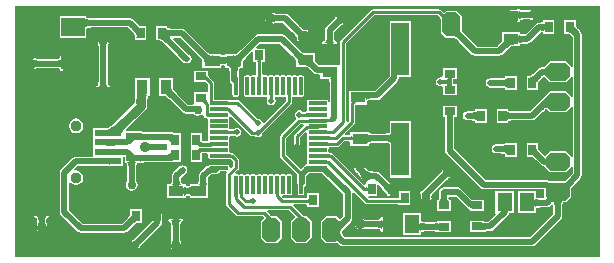
<source format=gtl>
G04*
G04 #@! TF.GenerationSoftware,Altium Limited,Altium Designer,19.0.15 (446)*
G04*
G04 Layer_Physical_Order=1*
G04 Layer_Color=255*
%FSLAX23Y23*%
%MOIN*%
G70*
G01*
G75*
%ADD16R,0.051X0.037*%
%ADD17R,0.028X0.035*%
%ADD18R,0.045X0.024*%
%ADD19R,0.037X0.051*%
%ADD20R,0.051X0.063*%
%ADD21R,0.035X0.028*%
%ADD22R,0.059X0.177*%
%ADD23R,0.079X0.063*%
G04:AMPARAMS|DCode=24|XSize=11mil|YSize=61mil|CornerRadius=3mil|HoleSize=0mil|Usage=FLASHONLY|Rotation=180.000|XOffset=0mil|YOffset=0mil|HoleType=Round|Shape=RoundedRectangle|*
%AMROUNDEDRECTD24*
21,1,0.011,0.056,0,0,180.0*
21,1,0.006,0.061,0,0,180.0*
1,1,0.006,-0.003,0.028*
1,1,0.006,0.003,0.028*
1,1,0.006,0.003,-0.028*
1,1,0.006,-0.003,-0.028*
%
%ADD24ROUNDEDRECTD24*%
G04:AMPARAMS|DCode=25|XSize=11mil|YSize=61mil|CornerRadius=3mil|HoleSize=0mil|Usage=FLASHONLY|Rotation=270.000|XOffset=0mil|YOffset=0mil|HoleType=Round|Shape=RoundedRectangle|*
%AMROUNDEDRECTD25*
21,1,0.011,0.056,0,0,270.0*
21,1,0.006,0.061,0,0,270.0*
1,1,0.006,-0.028,-0.003*
1,1,0.006,-0.028,0.003*
1,1,0.006,0.028,0.003*
1,1,0.006,0.028,-0.003*
%
%ADD25ROUNDEDRECTD25*%
%ADD26R,0.098X0.079*%
%ADD27R,0.089X0.020*%
%ADD44C,0.020*%
%ADD45C,0.010*%
%ADD46C,0.030*%
%ADD47C,0.012*%
G04:AMPARAMS|DCode=48|XSize=80mil|YSize=60mil|CornerRadius=0mil|HoleSize=0mil|Usage=FLASHONLY|Rotation=270.000|XOffset=0mil|YOffset=0mil|HoleType=Round|Shape=Octagon|*
%AMOCTAGOND48*
4,1,8,-0.015,-0.040,0.015,-0.040,0.030,-0.025,0.030,0.025,0.015,0.040,-0.015,0.040,-0.030,0.025,-0.030,-0.025,-0.015,-0.040,0.0*
%
%ADD48OCTAGOND48*%

G04:AMPARAMS|DCode=49|XSize=80mil|YSize=60mil|CornerRadius=0mil|HoleSize=0mil|Usage=FLASHONLY|Rotation=180.000|XOffset=0mil|YOffset=0mil|HoleType=Round|Shape=Octagon|*
%AMOCTAGOND49*
4,1,8,-0.040,0.015,-0.040,-0.015,-0.025,-0.030,0.025,-0.030,0.040,-0.015,0.040,0.015,0.025,0.030,-0.025,0.030,-0.040,0.015,0.0*
%
%ADD49OCTAGOND49*%

%ADD50C,0.037*%
%ADD51C,0.035*%
%ADD52C,0.020*%
%ADD53C,0.030*%
G36*
X4505Y3210D02*
X2555D01*
Y4045D01*
X4505D01*
Y3210D01*
D02*
G37*
%LPC*%
G36*
X4235Y4038D02*
X4235Y4038D01*
X4235Y4038D01*
X4233Y4037D01*
X4232Y4037D01*
X4231Y4036D01*
X4231Y4036D01*
X4231Y4035D01*
X4230Y4033D01*
X4230Y4032D01*
X4212D01*
X4206Y4031D01*
X4201Y4027D01*
X4199Y4025D01*
X4196Y4020D01*
X4195Y4014D01*
X4196Y4009D01*
X4199Y4004D01*
X4204Y4000D01*
X4210Y3999D01*
X4216Y4000D01*
X4217Y4001D01*
X4226D01*
X4230Y3998D01*
X4230Y3996D01*
X4231Y3995D01*
X4231Y3993D01*
X4231Y3993D01*
X4232Y3993D01*
X4233Y3992D01*
X4235Y3991D01*
X4235Y3991D01*
X4235Y3991D01*
X4237Y3992D01*
X4239Y3992D01*
X4239Y3992D01*
X4239Y3993D01*
X4240Y3994D01*
X4241Y3996D01*
X4241Y3997D01*
X4241Y3998D01*
X4241Y3998D01*
X4242Y3998D01*
X4243Y3999D01*
X4244Y4000D01*
X4246Y4000D01*
X4249Y4001D01*
X4252Y4001D01*
X4256Y4001D01*
X4256Y4001D01*
X4266D01*
X4267Y4001D01*
X4269Y4001D01*
X4272Y4001D01*
X4274Y4001D01*
X4275Y4000D01*
X4276Y4000D01*
X4276Y4000D01*
X4276Y4000D01*
X4276Y4000D01*
X4276Y4000D01*
X4277Y4000D01*
X4278Y4000D01*
X4280Y3999D01*
X4280Y4000D01*
X4280Y4000D01*
X4282Y4001D01*
X4283Y4001D01*
X4288D01*
X4294Y4002D01*
X4299Y4006D01*
X4301Y4008D01*
X4304Y4013D01*
X4305Y4018D01*
X4304Y4024D01*
X4301Y4029D01*
X4296Y4033D01*
X4290Y4034D01*
X4284Y4033D01*
X4280Y4033D01*
X4278Y4034D01*
X4276Y4035D01*
X4276Y4034D01*
X4276Y4034D01*
X4274Y4034D01*
X4273Y4033D01*
X4273Y4033D01*
X4272Y4033D01*
X4272Y4033D01*
X4272Y4033D01*
X4272Y4033D01*
X4272Y4033D01*
X4271Y4032D01*
X4270Y4032D01*
X4266Y4032D01*
X4264Y4032D01*
X4264Y4032D01*
X4263D01*
X4263Y4032D01*
X4263Y4032D01*
X4256D01*
X4256Y4032D01*
X4249Y4032D01*
X4246Y4032D01*
X4244Y4033D01*
X4242Y4033D01*
X4241Y4034D01*
X4241Y4034D01*
X4241Y4034D01*
X4240Y4035D01*
X4239Y4037D01*
X4239Y4037D01*
X4239Y4037D01*
X4237Y4038D01*
X4235Y4038D01*
D02*
G37*
G36*
X3417Y4023D02*
X3417Y4023D01*
X3417Y4023D01*
X3415Y4022D01*
X3414Y4021D01*
X3414Y4021D01*
X3413Y4021D01*
X3413Y4020D01*
X3405D01*
X3399Y4019D01*
X3394Y4016D01*
X3391Y4011D01*
X3390Y4005D01*
X3391Y3999D01*
X3394Y3994D01*
X3399Y3991D01*
X3405Y3990D01*
X3413D01*
X3413Y3989D01*
X3414Y3989D01*
X3414Y3989D01*
X3415Y3988D01*
X3417Y3987D01*
X3417Y3987D01*
X3417Y3987D01*
X3418Y3987D01*
X3418D01*
X3419Y3988D01*
X3421Y3988D01*
X3421Y3988D01*
X3421Y3989D01*
X3421Y3989D01*
X3421Y3989D01*
X3421Y3989D01*
X3422Y3989D01*
X3423Y3989D01*
X3424Y3989D01*
X3428Y3990D01*
X3430Y3990D01*
X3430Y3990D01*
X3451D01*
X3481Y3959D01*
X3481Y3959D01*
X3489Y3951D01*
X3491Y3948D01*
X3493Y3945D01*
X3495Y3942D01*
X3496Y3940D01*
X3496Y3939D01*
X3496Y3938D01*
X3496Y3938D01*
X3495Y3937D01*
X3495Y3936D01*
X3494Y3934D01*
X3494Y3934D01*
X3494Y3933D01*
X3495Y3932D01*
X3496Y3930D01*
X3496Y3930D01*
X3496Y3930D01*
X3498Y3929D01*
X3500Y3929D01*
X3500Y3929D01*
X3501Y3929D01*
X3502Y3930D01*
X3503Y3930D01*
X3507Y3933D01*
X3507Y3933D01*
X3512Y3930D01*
X3518Y3928D01*
X3525D01*
X3531Y3930D01*
X3536Y3933D01*
X3539Y3938D01*
X3540Y3944D01*
X3539Y3950D01*
X3536Y3955D01*
X3532Y3957D01*
X3532Y3958D01*
X3532Y3960D01*
X3533Y3961D01*
X3533Y3962D01*
X3533Y3962D01*
X3533Y3964D01*
X3532Y3965D01*
X3532Y3966D01*
X3532Y3966D01*
X3530Y3967D01*
X3529Y3968D01*
X3528Y3967D01*
X3528Y3968D01*
X3526Y3967D01*
X3525Y3967D01*
X3524Y3966D01*
X3524Y3966D01*
X3523Y3966D01*
X3522Y3966D01*
X3520Y3967D01*
X3517Y3969D01*
X3514Y3971D01*
X3507Y3977D01*
X3503Y3980D01*
X3503Y3980D01*
X3468Y4016D01*
X3463Y4019D01*
X3457Y4020D01*
X3430D01*
X3430Y4020D01*
X3426Y4020D01*
X3424Y4021D01*
X3423Y4021D01*
X3422Y4021D01*
X3421Y4021D01*
X3421Y4021D01*
X3421Y4021D01*
X3421Y4021D01*
X3421Y4022D01*
X3421Y4022D01*
X3419Y4022D01*
X3418Y4022D01*
X3418Y4023D01*
X3418D01*
X3418Y4023D01*
X3417Y4023D01*
D02*
G37*
G36*
X2789Y4012D02*
X2789Y4012D01*
X2788Y4012D01*
X2788Y4012D01*
X2706D01*
Y3939D01*
X2794D01*
Y3969D01*
X2795Y3969D01*
X2795Y3971D01*
X2795Y3971D01*
X2795Y3972D01*
X2796Y3972D01*
X2797Y3973D01*
X2798Y3973D01*
X2800Y3974D01*
X2803Y3974D01*
X2806Y3974D01*
X2809Y3975D01*
X2810Y3975D01*
X2933D01*
X2943Y3965D01*
X2943Y3965D01*
X2947Y3961D01*
X2950Y3958D01*
X2952Y3954D01*
X2954Y3952D01*
X2956Y3949D01*
X2956Y3949D01*
Y3941D01*
X2956Y3940D01*
X2956Y3939D01*
X2956Y3939D01*
X2956Y3939D01*
Y3932D01*
X2993D01*
Y3978D01*
X2986D01*
X2985Y3978D01*
X2985Y3978D01*
X2985Y3978D01*
X2984Y3978D01*
X2976D01*
X2975Y3978D01*
X2972Y3980D01*
X2965Y3987D01*
X2961Y3991D01*
X2960Y3991D01*
X2950Y4001D01*
X2945Y4004D01*
X2940Y4005D01*
X2810D01*
X2809Y4005D01*
X2802Y4006D01*
X2800Y4006D01*
X2798Y4006D01*
X2796Y4007D01*
X2795Y4007D01*
X2795Y4007D01*
X2794Y4008D01*
Y4012D01*
X2790D01*
X2789Y4012D01*
D02*
G37*
G36*
X3645Y4020D02*
X3639Y4019D01*
X3634Y4016D01*
X3628Y4010D01*
X3628Y4010D01*
X3628Y4010D01*
X3628Y4010D01*
X3626Y4010D01*
X3624Y4009D01*
X3624Y4009D01*
X3624Y4009D01*
X3623Y4007D01*
X3622Y4006D01*
X3622Y4006D01*
X3622Y4005D01*
X3622Y4005D01*
X3622Y4005D01*
X3622Y4005D01*
X3622Y4004D01*
X3621Y4004D01*
X3621Y4003D01*
X3618Y4000D01*
X3616Y3998D01*
X3616Y3998D01*
X3594Y3976D01*
X3591Y3971D01*
X3590Y3965D01*
Y3943D01*
X3590Y3942D01*
X3589Y3939D01*
X3589Y3936D01*
X3589Y3933D01*
X3588Y3931D01*
X3588Y3930D01*
X3587Y3929D01*
X3587Y3928D01*
X3586Y3928D01*
X3586Y3928D01*
X3584Y3928D01*
X3583Y3927D01*
X3581Y3926D01*
X3581Y3926D01*
X3581Y3926D01*
X3581Y3926D01*
X3581Y3926D01*
X3580Y3924D01*
X3580Y3922D01*
X3580Y3922D01*
X3580Y3922D01*
X3580Y3920D01*
X3581Y3918D01*
X3581Y3918D01*
X3582Y3918D01*
X3582Y3918D01*
X3582Y3918D01*
X3582Y3918D01*
Y3918D01*
X3582Y3918D01*
X3583Y3917D01*
X3585Y3917D01*
X3590D01*
Y3904D01*
X3591Y3898D01*
X3594Y3893D01*
X3599Y3890D01*
X3605Y3888D01*
X3611Y3890D01*
X3616Y3893D01*
X3619Y3898D01*
X3620Y3904D01*
Y3917D01*
X3625D01*
X3627Y3917D01*
X3628Y3918D01*
X3629Y3918D01*
X3629Y3918D01*
X3630Y3920D01*
X3630Y3922D01*
X3630Y3922D01*
X3630Y3922D01*
X3630Y3924D01*
X3629Y3926D01*
X3629Y3926D01*
X3629Y3926D01*
X3627Y3927D01*
X3626Y3928D01*
X3624Y3928D01*
X3624Y3928D01*
X3623Y3928D01*
X3623Y3929D01*
X3622Y3930D01*
X3622Y3931D01*
X3621Y3933D01*
X3621Y3936D01*
X3621Y3939D01*
X3620Y3942D01*
X3620Y3943D01*
Y3959D01*
X3638Y3976D01*
X3638Y3976D01*
X3641Y3979D01*
X3643Y3981D01*
X3644Y3981D01*
X3644Y3982D01*
X3645Y3982D01*
X3645Y3982D01*
X3645Y3982D01*
X3645Y3982D01*
X3646Y3982D01*
X3646Y3982D01*
X3647Y3983D01*
X3649Y3984D01*
X3649Y3984D01*
X3649Y3984D01*
X3650Y3986D01*
X3650Y3988D01*
X3650Y3988D01*
X3650Y3988D01*
X3650Y3988D01*
X3656Y3994D01*
X3659Y3999D01*
X3660Y4005D01*
X3659Y4011D01*
X3656Y4016D01*
X3651Y4019D01*
X3645Y4020D01*
D02*
G37*
G36*
X3970Y4035D02*
X3750D01*
X3746Y4034D01*
X3743Y4032D01*
X3643Y3932D01*
X3641Y3929D01*
X3640Y3925D01*
Y3851D01*
X3636Y3849D01*
X3598D01*
X3596Y3849D01*
X3579D01*
X3569Y3849D01*
X3569Y3850D01*
X3569Y3850D01*
X3562Y3857D01*
X3559Y3860D01*
X3557Y3863D01*
X3556Y3865D01*
X3556Y3866D01*
Y3871D01*
X3556Y3872D01*
X3556Y3872D01*
X3556Y3873D01*
X3556Y3873D01*
Y3889D01*
X3529D01*
X3529Y3889D01*
X3528Y3889D01*
X3528D01*
X3528Y3889D01*
X3527Y3889D01*
X3519D01*
X3517Y3890D01*
X3514Y3892D01*
X3507Y3898D01*
X3503Y3902D01*
X3503Y3902D01*
X3458Y3946D01*
X3453Y3950D01*
X3447Y3951D01*
X3366D01*
X3360Y3950D01*
X3355Y3946D01*
X3309Y3900D01*
X3309Y3900D01*
X3301Y3893D01*
X3297Y3890D01*
X3295Y3888D01*
X3293Y3887D01*
X3284D01*
X3284Y3887D01*
X3284Y3887D01*
X3284D01*
X3283Y3887D01*
X3283Y3887D01*
X3262D01*
X3262Y3887D01*
X3262Y3887D01*
X3261Y3887D01*
X3261Y3887D01*
X3256D01*
Y3883D01*
X3256Y3883D01*
X3256Y3883D01*
X3255Y3882D01*
X3254Y3882D01*
X3253Y3881D01*
X3251Y3881D01*
X3249Y3881D01*
X3248Y3881D01*
X3246Y3881D01*
X3244Y3882D01*
X3243Y3882D01*
X3243Y3883D01*
X3243Y3883D01*
X3242Y3883D01*
Y3887D01*
X3238D01*
X3237Y3887D01*
X3237Y3887D01*
X3236Y3887D01*
X3236Y3887D01*
X3216D01*
X3215Y3887D01*
X3215Y3887D01*
X3215D01*
X3215Y3887D01*
X3214Y3887D01*
X3206D01*
X3204Y3888D01*
X3201Y3890D01*
X3194Y3896D01*
X3190Y3900D01*
X3190Y3900D01*
X3124Y3966D01*
X3119Y3969D01*
X3113Y3970D01*
X3079D01*
X3079Y3970D01*
X3076Y3970D01*
X3072Y3971D01*
X3070Y3971D01*
X3068Y3971D01*
X3066Y3972D01*
X3065Y3972D01*
X3065Y3973D01*
X3065Y3973D01*
X3064Y3973D01*
X3064Y3974D01*
Y3978D01*
X3060D01*
X3059Y3978D01*
X3059Y3978D01*
X3058Y3978D01*
X3058Y3978D01*
X3027D01*
Y3938D01*
X3026Y3938D01*
X3026Y3937D01*
X3026Y3937D01*
X3027Y3937D01*
Y3932D01*
X3031D01*
X3031Y3932D01*
X3034Y3932D01*
X3036Y3932D01*
X3038Y3931D01*
X3040Y3930D01*
X3043Y3929D01*
X3045Y3928D01*
X3047Y3926D01*
X3053Y3922D01*
X3055Y3919D01*
X3056Y3919D01*
X3116Y3859D01*
X3121Y3856D01*
X3126Y3855D01*
X3130D01*
X3136Y3856D01*
X3141Y3859D01*
X3144Y3864D01*
X3145Y3870D01*
X3144Y3876D01*
X3141Y3881D01*
X3136Y3884D01*
X3134Y3885D01*
X3083Y3935D01*
X3085Y3940D01*
X3107D01*
X3168Y3879D01*
X3168Y3878D01*
X3175Y3871D01*
X3178Y3867D01*
X3180Y3864D01*
X3181Y3863D01*
Y3854D01*
X3181Y3854D01*
X3181Y3853D01*
Y3853D01*
X3181Y3853D01*
X3181Y3853D01*
Y3840D01*
X3236D01*
X3236Y3840D01*
X3237Y3840D01*
X3237Y3840D01*
X3238Y3840D01*
X3242D01*
Y3844D01*
X3242Y3844D01*
X3243Y3846D01*
X3243Y3846D01*
X3243Y3847D01*
X3244Y3847D01*
X3245Y3848D01*
X3246Y3848D01*
X3248Y3849D01*
X3249Y3849D01*
X3250Y3849D01*
X3252Y3848D01*
X3254Y3848D01*
X3255Y3847D01*
X3255Y3847D01*
X3256Y3846D01*
X3256Y3846D01*
X3256Y3844D01*
X3256Y3844D01*
Y3840D01*
X3261D01*
X3261Y3840D01*
X3262Y3840D01*
X3262Y3840D01*
X3262Y3840D01*
X3266D01*
X3267Y3840D01*
X3268Y3839D01*
X3268Y3839D01*
X3269Y3839D01*
X3269Y3838D01*
X3270Y3837D01*
X3271Y3836D01*
X3271Y3834D01*
X3271Y3831D01*
X3272Y3828D01*
X3272Y3825D01*
X3272Y3825D01*
Y3800D01*
X3273Y3794D01*
X3276Y3789D01*
X3281Y3786D01*
Y3752D01*
X3282Y3749D01*
X3283Y3746D01*
X3286Y3744D01*
X3289Y3744D01*
X3294D01*
X3298Y3744D01*
X3300Y3746D01*
X3302Y3749D01*
X3302Y3752D01*
Y3800D01*
X3303Y3800D01*
Y3825D01*
X3303Y3825D01*
X3303Y3828D01*
X3303Y3831D01*
X3303Y3834D01*
X3304Y3836D01*
X3305Y3837D01*
X3305Y3838D01*
X3306Y3839D01*
X3306Y3839D01*
X3307Y3839D01*
X3308Y3840D01*
X3308Y3840D01*
X3317D01*
Y3853D01*
X3317Y3853D01*
X3317Y3853D01*
Y3853D01*
X3317Y3854D01*
X3317Y3854D01*
Y3863D01*
X3318Y3864D01*
X3320Y3867D01*
X3326Y3874D01*
X3330Y3878D01*
X3330Y3879D01*
X3346Y3894D01*
X3351Y3893D01*
Y3858D01*
X3359D01*
X3360Y3858D01*
X3360Y3857D01*
X3360Y3856D01*
X3360Y3855D01*
X3360Y3853D01*
X3360Y3852D01*
Y3819D01*
X3360Y3819D01*
X3360Y3819D01*
X3359Y3818D01*
X3355Y3815D01*
X3354Y3815D01*
X3348D01*
X3345Y3815D01*
X3342Y3813D01*
X3339D01*
X3337Y3815D01*
X3334Y3815D01*
X3328D01*
X3325Y3815D01*
X3323Y3813D01*
X3321Y3811D01*
X3320Y3808D01*
Y3752D01*
X3321Y3749D01*
X3323Y3746D01*
X3325Y3744D01*
X3328Y3744D01*
X3334D01*
X3337Y3744D01*
X3339Y3746D01*
X3342D01*
X3345Y3744D01*
X3348Y3744D01*
X3354D01*
X3357Y3744D01*
X3359Y3746D01*
X3362D01*
X3365Y3744D01*
X3368Y3744D01*
X3373D01*
X3376Y3744D01*
X3379Y3746D01*
X3382D01*
X3384Y3744D01*
X3387Y3744D01*
X3393D01*
X3395Y3744D01*
X3395Y3744D01*
X3397Y3738D01*
X3396Y3736D01*
X3395Y3730D01*
X3396Y3724D01*
X3399Y3719D01*
X3404Y3716D01*
X3410Y3715D01*
X3416Y3716D01*
X3421Y3719D01*
X3424Y3724D01*
X3425Y3730D01*
X3424Y3736D01*
X3423Y3738D01*
X3424Y3744D01*
X3425Y3744D01*
X3427Y3744D01*
X3432D01*
X3435Y3744D01*
X3438Y3746D01*
X3441D01*
X3443Y3744D01*
X3446Y3744D01*
X3452D01*
X3454Y3744D01*
X3458Y3742D01*
X3459Y3741D01*
Y3730D01*
X3385Y3657D01*
X3380Y3658D01*
X3379Y3661D01*
X3376Y3666D01*
X3371Y3669D01*
X3365Y3670D01*
X3364Y3670D01*
X3303Y3731D01*
X3300Y3733D01*
X3296Y3734D01*
X3236D01*
X3236Y3734D01*
X3221D01*
X3220Y3734D01*
X3220Y3736D01*
X3220Y3737D01*
X3220Y3739D01*
X3220Y3739D01*
Y3790D01*
X3219Y3794D01*
X3217Y3797D01*
X3204Y3810D01*
X3204Y3811D01*
X3202Y3812D01*
X3201Y3813D01*
X3200Y3814D01*
X3200Y3815D01*
X3199Y3816D01*
X3199Y3817D01*
X3198Y3818D01*
X3198Y3819D01*
X3198Y3820D01*
X3198Y3821D01*
X3198Y3822D01*
Y3830D01*
X3152D01*
Y3792D01*
X3192D01*
X3192Y3792D01*
X3192Y3792D01*
X3192Y3792D01*
X3192Y3792D01*
X3192Y3792D01*
X3192Y3792D01*
X3192Y3792D01*
X3193Y3791D01*
X3193Y3791D01*
X3194Y3791D01*
X3195Y3790D01*
X3196Y3789D01*
X3196Y3789D01*
X3200Y3785D01*
Y3763D01*
X3198Y3759D01*
X3152D01*
Y3722D01*
X3150Y3717D01*
X3147Y3717D01*
X3147Y3717D01*
X3133D01*
X3096Y3753D01*
X3096Y3754D01*
X3089Y3761D01*
X3087Y3765D01*
X3084Y3768D01*
X3083Y3769D01*
Y3778D01*
X3084Y3778D01*
X3083Y3779D01*
Y3779D01*
X3083Y3779D01*
X3083Y3779D01*
Y3806D01*
X3036D01*
Y3745D01*
X3049D01*
X3049Y3745D01*
X3050Y3745D01*
X3050D01*
X3050Y3745D01*
X3050Y3745D01*
X3059D01*
X3061Y3744D01*
X3063Y3742D01*
X3071Y3736D01*
X3075Y3732D01*
X3075Y3732D01*
X3115Y3691D01*
X3120Y3688D01*
X3126Y3687D01*
X3142D01*
X3142Y3687D01*
X3143Y3687D01*
X3143D01*
X3143Y3687D01*
X3146Y3686D01*
X3150Y3686D01*
X3150Y3686D01*
X3151Y3686D01*
X3157Y3681D01*
X3165Y3680D01*
X3173Y3681D01*
X3179Y3686D01*
X3179Y3686D01*
X3184Y3684D01*
Y3684D01*
X3185Y3680D01*
X3187Y3677D01*
X3191Y3674D01*
X3195Y3674D01*
X3196D01*
X3196Y3673D01*
X3196Y3673D01*
X3197Y3673D01*
X3200Y3668D01*
X3200Y3667D01*
Y3661D01*
X3200Y3658D01*
X3200Y3658D01*
X3201Y3654D01*
X3200Y3651D01*
X3200Y3650D01*
X3200Y3647D01*
Y3642D01*
X3200Y3639D01*
X3200Y3638D01*
X3201Y3635D01*
X3200Y3631D01*
X3200Y3631D01*
X3200Y3628D01*
Y3622D01*
X3200Y3619D01*
X3200Y3619D01*
X3201Y3615D01*
X3200Y3611D01*
X3200Y3611D01*
X3200Y3608D01*
Y3602D01*
X3200Y3600D01*
X3198Y3597D01*
X3197Y3595D01*
X3187D01*
X3186Y3596D01*
X3184Y3596D01*
X3182Y3596D01*
X3181Y3596D01*
X3180Y3596D01*
X3180Y3596D01*
X3179Y3597D01*
X3179Y3597D01*
X3179Y3597D01*
Y3623D01*
X3142D01*
Y3577D01*
X3142D01*
Y3573D01*
X3142D01*
Y3527D01*
X3179D01*
Y3554D01*
X3179Y3555D01*
X3179Y3555D01*
X3180Y3555D01*
X3180Y3555D01*
X3181Y3555D01*
X3182Y3556D01*
X3184Y3556D01*
X3186Y3556D01*
X3187Y3556D01*
X3197D01*
X3198Y3554D01*
X3200Y3551D01*
X3200Y3549D01*
Y3543D01*
X3200Y3540D01*
X3202Y3538D01*
X3204Y3536D01*
X3207Y3535D01*
X3263D01*
X3264Y3536D01*
X3264Y3535D01*
X3264Y3535D01*
X3265Y3535D01*
X3274Y3536D01*
X3282Y3528D01*
Y3511D01*
X3276Y3506D01*
X3271Y3508D01*
Y3509D01*
X3271Y3513D01*
X3269Y3515D01*
X3266Y3517D01*
X3263Y3517D01*
X3207D01*
X3204Y3517D01*
X3202Y3515D01*
X3202Y3515D01*
X3199Y3514D01*
X3194Y3511D01*
X3173Y3490D01*
X3170Y3485D01*
X3168Y3479D01*
Y3469D01*
X3168Y3469D01*
X3168Y3465D01*
X3168Y3462D01*
X3168Y3460D01*
X3167Y3458D01*
X3166Y3456D01*
X3166Y3455D01*
X3165Y3455D01*
X3165Y3454D01*
X3164Y3454D01*
X3163Y3454D01*
X3163Y3454D01*
X3146D01*
X3145Y3454D01*
X3145Y3454D01*
X3145Y3454D01*
X3144Y3454D01*
X3139D01*
Y3450D01*
X3139Y3449D01*
X3139Y3448D01*
X3139Y3448D01*
X3139Y3448D01*
X3138Y3447D01*
X3137Y3447D01*
X3136Y3446D01*
X3134Y3446D01*
X3132Y3446D01*
X3131Y3446D01*
X3128Y3446D01*
X3127Y3447D01*
X3126Y3447D01*
X3125Y3448D01*
X3125Y3448D01*
X3125Y3448D01*
X3125Y3449D01*
X3125Y3449D01*
Y3453D01*
X3120D01*
X3120Y3453D01*
X3119Y3453D01*
X3119Y3453D01*
X3119Y3453D01*
X3115D01*
X3115Y3453D01*
X3114Y3453D01*
X3113Y3454D01*
X3113Y3454D01*
X3112Y3454D01*
X3112Y3455D01*
X3111Y3457D01*
X3110Y3459D01*
X3110Y3461D01*
X3110Y3464D01*
X3110Y3468D01*
X3110Y3468D01*
Y3473D01*
X3126Y3489D01*
X3129Y3494D01*
X3130Y3500D01*
X3129Y3506D01*
X3126Y3511D01*
X3121Y3514D01*
X3115Y3515D01*
X3109Y3514D01*
X3104Y3511D01*
X3083Y3490D01*
X3080Y3485D01*
X3079Y3479D01*
Y3468D01*
X3079Y3468D01*
X3079Y3464D01*
X3079Y3461D01*
X3078Y3459D01*
X3078Y3457D01*
X3077Y3455D01*
X3076Y3454D01*
X3076Y3454D01*
X3075Y3454D01*
X3075Y3453D01*
X3074Y3453D01*
X3073Y3453D01*
X3064D01*
Y3406D01*
X3119D01*
X3119Y3405D01*
X3119Y3406D01*
X3120Y3405D01*
X3120Y3406D01*
X3125D01*
Y3410D01*
X3125Y3410D01*
X3125Y3411D01*
X3125Y3411D01*
X3126Y3412D01*
X3126Y3412D01*
X3127Y3413D01*
X3129Y3413D01*
X3131Y3414D01*
X3132Y3414D01*
X3134Y3414D01*
X3136Y3413D01*
X3137Y3413D01*
X3138Y3412D01*
X3139Y3412D01*
X3139Y3412D01*
X3139Y3412D01*
X3139Y3411D01*
X3139Y3410D01*
Y3406D01*
X3144D01*
X3145Y3406D01*
X3145Y3406D01*
X3145Y3406D01*
X3146Y3406D01*
X3201D01*
Y3448D01*
X3201Y3449D01*
X3201Y3449D01*
X3201Y3450D01*
X3201Y3454D01*
X3200D01*
X3199Y3465D01*
X3199Y3469D01*
X3199Y3469D01*
Y3472D01*
X3211Y3485D01*
X3225D01*
X3231Y3486D01*
X3236Y3489D01*
X3239Y3494D01*
X3240Y3496D01*
X3260D01*
X3261Y3495D01*
X3262Y3491D01*
X3261Y3489D01*
X3260Y3485D01*
Y3386D01*
X3261Y3382D01*
X3263Y3379D01*
X3294Y3348D01*
X3297Y3346D01*
X3301Y3345D01*
X3382D01*
X3384Y3343D01*
X3384Y3343D01*
X3385Y3341D01*
X3387Y3340D01*
X3387Y3339D01*
X3375Y3328D01*
Y3273D01*
X3392Y3255D01*
X3428D01*
X3445Y3273D01*
Y3328D01*
X3428Y3345D01*
X3416D01*
X3415Y3345D01*
X3414Y3345D01*
X3414Y3345D01*
X3413Y3345D01*
X3412Y3346D01*
X3411Y3346D01*
X3410Y3347D01*
X3409Y3347D01*
X3407Y3349D01*
X3405Y3351D01*
X3405Y3351D01*
X3405Y3351D01*
X3405Y3351D01*
X3396Y3360D01*
X3398Y3365D01*
X3469D01*
X3490Y3344D01*
X3491Y3343D01*
X3491Y3343D01*
X3475Y3328D01*
Y3273D01*
X3493Y3255D01*
X3527D01*
X3545Y3273D01*
Y3328D01*
X3527Y3345D01*
X3524D01*
X3523Y3345D01*
X3522Y3345D01*
X3521Y3345D01*
X3520Y3346D01*
X3519Y3346D01*
X3518Y3347D01*
X3516Y3348D01*
X3515Y3349D01*
X3511Y3352D01*
X3509Y3354D01*
X3508Y3355D01*
X3483Y3380D01*
X3485Y3385D01*
X3525D01*
X3526Y3385D01*
X3527Y3385D01*
X3529Y3384D01*
X3530Y3384D01*
X3531Y3384D01*
X3531Y3384D01*
X3531Y3384D01*
Y3377D01*
X3568D01*
Y3423D01*
X3531D01*
Y3406D01*
X3531Y3406D01*
X3531Y3406D01*
X3530Y3406D01*
X3529Y3406D01*
X3527Y3405D01*
X3526Y3405D01*
X3525Y3405D01*
X3451D01*
X3446Y3410D01*
X3446Y3410D01*
X3448Y3415D01*
X3452D01*
X3455Y3415D01*
X3458Y3417D01*
X3461D01*
X3463Y3415D01*
X3466Y3415D01*
X3472D01*
X3475Y3415D01*
X3477Y3417D01*
X3479Y3419D01*
X3480Y3422D01*
Y3478D01*
X3479Y3481D01*
X3477Y3484D01*
X3475Y3486D01*
X3472Y3486D01*
X3466D01*
X3463Y3486D01*
X3461Y3484D01*
X3458D01*
X3455Y3486D01*
X3452Y3486D01*
X3446D01*
X3443Y3486D01*
X3441Y3484D01*
X3438D01*
X3435Y3486D01*
X3432Y3486D01*
X3427D01*
X3424Y3486D01*
X3421Y3484D01*
X3418D01*
X3416Y3486D01*
X3413Y3486D01*
X3407D01*
X3404Y3486D01*
X3401Y3484D01*
X3399D01*
X3396Y3486D01*
X3393Y3486D01*
X3387D01*
X3384Y3486D01*
X3382Y3484D01*
X3379D01*
X3376Y3486D01*
X3373Y3486D01*
X3368D01*
X3365Y3486D01*
X3362Y3484D01*
X3359D01*
X3357Y3486D01*
X3354Y3486D01*
X3348D01*
X3345Y3486D01*
X3345Y3485D01*
X3341Y3484D01*
X3337Y3485D01*
X3337Y3486D01*
X3334Y3486D01*
X3328D01*
X3325Y3486D01*
X3323Y3484D01*
X3320D01*
X3317Y3486D01*
X3314Y3486D01*
X3309D01*
X3306Y3486D01*
X3303Y3484D01*
X3300D01*
X3298Y3486D01*
X3294Y3486D01*
X3293D01*
X3291Y3491D01*
X3299Y3500D01*
X3302Y3503D01*
X3302Y3507D01*
Y3532D01*
X3302Y3536D01*
X3299Y3539D01*
X3285Y3553D01*
X3282Y3556D01*
X3278Y3556D01*
X3275D01*
X3275Y3557D01*
X3274Y3557D01*
X3273Y3557D01*
X3271Y3562D01*
X3271Y3563D01*
Y3569D01*
X3271Y3572D01*
X3270Y3572D01*
X3269Y3576D01*
X3270Y3579D01*
X3271Y3580D01*
X3271Y3583D01*
Y3588D01*
X3271Y3591D01*
X3270Y3592D01*
X3269Y3595D01*
X3270Y3599D01*
X3271Y3599D01*
X3271Y3602D01*
Y3608D01*
X3271Y3609D01*
X3273Y3614D01*
X3274Y3614D01*
X3275Y3614D01*
X3275Y3615D01*
X3280D01*
X3280Y3614D01*
X3282Y3614D01*
X3282Y3614D01*
X3283Y3614D01*
X3283Y3614D01*
X3284Y3614D01*
X3284Y3614D01*
X3284Y3614D01*
X3284Y3614D01*
X3284Y3614D01*
X3284Y3614D01*
X3284Y3614D01*
X3285Y3614D01*
X3289Y3611D01*
X3295Y3610D01*
X3301Y3611D01*
X3306Y3614D01*
X3309Y3619D01*
X3310Y3625D01*
X3309Y3631D01*
X3306Y3636D01*
X3301Y3639D01*
X3295Y3640D01*
X3289Y3639D01*
X3285Y3636D01*
X3284Y3636D01*
X3284Y3636D01*
X3284Y3636D01*
X3284Y3636D01*
X3284Y3636D01*
X3284Y3636D01*
X3284Y3636D01*
X3283Y3636D01*
X3283Y3635D01*
X3283Y3635D01*
X3281Y3635D01*
X3280Y3635D01*
X3280Y3635D01*
X3275D01*
X3275Y3635D01*
X3274Y3635D01*
X3273Y3636D01*
X3271Y3640D01*
X3271Y3642D01*
Y3647D01*
X3271Y3650D01*
X3270Y3651D01*
X3269Y3654D01*
X3270Y3658D01*
X3271Y3658D01*
X3271Y3661D01*
Y3667D01*
X3271Y3670D01*
X3270Y3670D01*
X3270Y3674D01*
X3272Y3678D01*
X3276Y3679D01*
X3340Y3616D01*
X3343Y3614D01*
X3347Y3613D01*
X3355D01*
X3355Y3612D01*
X3360Y3609D01*
X3366Y3608D01*
X3372Y3609D01*
X3377Y3612D01*
X3380Y3617D01*
X3381Y3623D01*
X3381Y3624D01*
X3476Y3719D01*
X3478Y3722D01*
X3479Y3726D01*
Y3741D01*
X3480Y3742D01*
X3484Y3744D01*
X3486Y3744D01*
X3491D01*
X3494Y3744D01*
X3497Y3746D01*
X3500D01*
X3502Y3744D01*
X3506Y3744D01*
X3511D01*
X3514Y3744D01*
X3517Y3746D01*
X3518Y3749D01*
X3519Y3752D01*
Y3808D01*
X3518Y3811D01*
X3517Y3813D01*
X3514Y3815D01*
X3511Y3815D01*
X3506D01*
X3502Y3815D01*
X3500Y3813D01*
X3497D01*
X3494Y3815D01*
X3491Y3815D01*
X3486D01*
X3483Y3815D01*
X3480Y3813D01*
X3477D01*
X3475Y3815D01*
X3472Y3815D01*
X3466D01*
X3463Y3815D01*
X3461Y3813D01*
X3458D01*
X3455Y3815D01*
X3452Y3815D01*
X3446D01*
X3443Y3815D01*
X3441Y3813D01*
X3438D01*
X3435Y3815D01*
X3432Y3815D01*
X3427D01*
X3424Y3815D01*
X3421Y3813D01*
X3418D01*
X3416Y3815D01*
X3413Y3815D01*
X3407D01*
X3404Y3815D01*
X3401Y3813D01*
X3399D01*
X3396Y3815D01*
X3393Y3815D01*
X3387D01*
X3386Y3815D01*
X3382Y3818D01*
X3381Y3819D01*
X3381Y3819D01*
X3381Y3820D01*
Y3852D01*
X3381Y3853D01*
X3381Y3855D01*
X3381Y3856D01*
X3381Y3857D01*
X3381Y3858D01*
X3381Y3858D01*
X3388D01*
Y3903D01*
X3362D01*
X3360Y3908D01*
X3372Y3920D01*
X3441D01*
X3481Y3880D01*
X3481Y3880D01*
X3489Y3872D01*
X3491Y3869D01*
X3493Y3866D01*
X3494Y3864D01*
Y3856D01*
X3494Y3855D01*
X3494Y3855D01*
Y3855D01*
X3494Y3854D01*
X3494Y3854D01*
Y3841D01*
X3524D01*
X3524Y3841D01*
X3525Y3841D01*
X3525Y3841D01*
X3526Y3841D01*
X3531D01*
X3532Y3841D01*
X3534Y3840D01*
X3536Y3838D01*
X3543Y3832D01*
X3547Y3828D01*
X3547Y3828D01*
X3552Y3823D01*
X3557Y3820D01*
X3562Y3819D01*
X3563Y3818D01*
X3566Y3818D01*
X3569Y3818D01*
X3571Y3818D01*
X3572Y3817D01*
X3574Y3817D01*
X3574Y3817D01*
X3574Y3817D01*
X3574Y3817D01*
X3574Y3816D01*
Y3801D01*
X3600D01*
X3600Y3801D01*
X3601Y3801D01*
X3602Y3801D01*
X3602Y3800D01*
X3603Y3800D01*
X3603Y3799D01*
X3604Y3797D01*
X3604Y3795D01*
X3605Y3793D01*
X3605Y3790D01*
X3605Y3786D01*
X3605Y3786D01*
Y3727D01*
X3600Y3727D01*
X3600Y3729D01*
X3598Y3732D01*
X3596Y3733D01*
X3593Y3734D01*
X3537D01*
X3534Y3733D01*
X3531Y3732D01*
X3529Y3729D01*
X3529Y3726D01*
Y3721D01*
X3529Y3717D01*
X3531Y3715D01*
Y3712D01*
X3529Y3709D01*
X3529Y3706D01*
Y3701D01*
X3529Y3699D01*
X3527Y3695D01*
X3526Y3694D01*
X3525Y3694D01*
X3525Y3694D01*
X3515D01*
X3515Y3694D01*
X3510Y3698D01*
X3504Y3699D01*
X3498Y3698D01*
X3493Y3694D01*
X3490Y3690D01*
X3489Y3684D01*
X3490Y3678D01*
X3493Y3673D01*
X3494Y3668D01*
X3443Y3617D01*
X3441Y3614D01*
X3440Y3610D01*
Y3545D01*
X3441Y3541D01*
X3443Y3538D01*
X3497Y3484D01*
X3497Y3483D01*
X3497Y3483D01*
Y3455D01*
X3498Y3452D01*
Y3422D01*
X3498Y3419D01*
X3500Y3417D01*
X3502Y3415D01*
X3506Y3415D01*
X3511D01*
X3514Y3415D01*
X3517Y3417D01*
X3518Y3419D01*
X3519Y3422D01*
Y3442D01*
X3523Y3445D01*
X3526Y3450D01*
X3527Y3455D01*
Y3478D01*
X3538Y3488D01*
X3580D01*
X3650Y3419D01*
Y3344D01*
X3649Y3344D01*
X3649Y3344D01*
X3646Y3341D01*
X3643Y3338D01*
X3640Y3336D01*
X3638Y3335D01*
X3628Y3345D01*
X3592D01*
X3575Y3328D01*
Y3273D01*
X3592Y3255D01*
X3626D01*
X3626Y3255D01*
X3626Y3255D01*
X3628D01*
X3629Y3257D01*
X3630Y3257D01*
X3632Y3255D01*
X3636Y3252D01*
X3639Y3249D01*
X3640Y3249D01*
X3640Y3248D01*
X3641Y3248D01*
X3644Y3246D01*
X3650Y3245D01*
X4280D01*
X4286Y3246D01*
X4291Y3249D01*
X4376Y3334D01*
X4379Y3339D01*
X4380Y3345D01*
Y3376D01*
X4380Y3376D01*
X4381Y3380D01*
X4381Y3383D01*
X4381Y3385D01*
X4382Y3387D01*
X4382Y3389D01*
X4383Y3390D01*
X4383Y3390D01*
X4384Y3390D01*
X4384Y3391D01*
X4386Y3391D01*
X4386Y3391D01*
X4392D01*
X4410Y3408D01*
Y3427D01*
X4410Y3427D01*
X4410Y3427D01*
X4410Y3428D01*
X4410Y3428D01*
Y3436D01*
X4411Y3438D01*
X4413Y3441D01*
X4419Y3448D01*
X4423Y3452D01*
X4423Y3452D01*
X4441Y3470D01*
X4444Y3475D01*
X4445Y3481D01*
Y3951D01*
X4444Y3957D01*
X4441Y3962D01*
X4438Y3965D01*
X4438Y3965D01*
X4434Y3968D01*
X4429Y3974D01*
X4428Y3976D01*
X4426Y3978D01*
X4425Y3980D01*
X4425Y3981D01*
X4425Y3981D01*
Y3982D01*
X4425Y3983D01*
X4425Y3984D01*
Y3998D01*
X4387D01*
Y3952D01*
X4402D01*
X4402Y3952D01*
X4403Y3952D01*
X4404Y3952D01*
X4404Y3952D01*
X4405D01*
X4406Y3952D01*
X4408Y3950D01*
X4415Y3944D01*
Y3844D01*
X4410Y3844D01*
X4392Y3861D01*
X4338D01*
X4320Y3843D01*
Y3842D01*
X4320Y3842D01*
X4314Y3841D01*
X4311Y3841D01*
X4311Y3841D01*
X4306Y3840D01*
X4301Y3837D01*
X4289Y3825D01*
X4289Y3825D01*
X4286Y3822D01*
X4284Y3820D01*
X4281Y3818D01*
X4279Y3817D01*
X4276Y3815D01*
X4274Y3814D01*
X4272Y3813D01*
X4270Y3813D01*
X4269Y3812D01*
X4266Y3812D01*
X4266Y3812D01*
X4262D01*
Y3808D01*
X4261Y3807D01*
X4261Y3807D01*
X4261Y3807D01*
X4262Y3806D01*
Y3767D01*
X4299D01*
Y3779D01*
X4299Y3779D01*
X4299Y3780D01*
X4299Y3780D01*
X4299Y3781D01*
Y3789D01*
X4300Y3791D01*
X4302Y3794D01*
X4308Y3801D01*
X4312Y3805D01*
X4312Y3805D01*
X4312Y3805D01*
X4312Y3805D01*
X4315Y3808D01*
X4320Y3808D01*
X4338Y3791D01*
X4392D01*
X4410Y3808D01*
X4415Y3808D01*
Y3744D01*
X4410Y3744D01*
X4392Y3761D01*
X4338D01*
X4320Y3743D01*
Y3743D01*
X4300Y3721D01*
X4300Y3721D01*
X4274Y3695D01*
X4214D01*
X4214Y3695D01*
X4211Y3695D01*
X4207Y3696D01*
X4205Y3696D01*
X4203Y3696D01*
X4201Y3697D01*
X4200Y3697D01*
X4200Y3698D01*
X4200Y3698D01*
X4199Y3698D01*
X4199Y3699D01*
Y3703D01*
X4195D01*
X4194Y3703D01*
X4194Y3703D01*
X4193Y3703D01*
X4193Y3703D01*
X4162D01*
Y3657D01*
X4193D01*
X4193Y3657D01*
X4194Y3657D01*
X4194Y3657D01*
X4195Y3657D01*
X4199D01*
Y3661D01*
X4199Y3662D01*
X4200Y3662D01*
X4200Y3662D01*
X4200Y3663D01*
X4201Y3663D01*
X4203Y3664D01*
X4205Y3664D01*
X4211Y3665D01*
X4214Y3665D01*
X4214Y3665D01*
X4281D01*
X4286Y3666D01*
X4291Y3669D01*
X4315Y3693D01*
X4315Y3693D01*
X4319Y3696D01*
X4322Y3699D01*
X4324Y3701D01*
X4326Y3702D01*
X4326Y3702D01*
X4338Y3691D01*
X4392D01*
X4410Y3708D01*
X4415Y3708D01*
Y3544D01*
X4410Y3544D01*
X4392Y3561D01*
X4338D01*
X4323Y3546D01*
X4312Y3556D01*
X4312Y3557D01*
X4308Y3560D01*
X4305Y3564D01*
X4303Y3567D01*
X4301Y3570D01*
X4299Y3572D01*
X4299Y3573D01*
Y3581D01*
X4299Y3582D01*
X4299Y3582D01*
X4299Y3583D01*
X4299Y3583D01*
Y3589D01*
X4262D01*
Y3544D01*
X4269D01*
X4270Y3544D01*
X4270Y3544D01*
X4270Y3544D01*
X4271Y3544D01*
X4279D01*
X4280Y3543D01*
X4283Y3541D01*
X4290Y3535D01*
X4294Y3531D01*
X4295Y3531D01*
X4310Y3515D01*
X4315Y3512D01*
X4320Y3511D01*
Y3508D01*
X4338Y3491D01*
X4392D01*
X4410Y3508D01*
X4415Y3508D01*
Y3487D01*
X4401Y3474D01*
X4401Y3474D01*
X4393Y3466D01*
X4390Y3464D01*
X4387Y3462D01*
X4385Y3461D01*
X4377D01*
X4377Y3461D01*
X4376Y3461D01*
X4376Y3461D01*
X4376Y3461D01*
X4342D01*
X4337Y3464D01*
X4331Y3465D01*
X4125D01*
X4020Y3570D01*
Y3677D01*
X4028D01*
Y3714D01*
X3982D01*
Y3677D01*
X3990D01*
Y3563D01*
X3991Y3558D01*
X3994Y3553D01*
X4108Y3439D01*
X4113Y3436D01*
X4118Y3435D01*
X4320D01*
Y3408D01*
X4316Y3405D01*
X4308D01*
X4308Y3405D01*
X4304Y3406D01*
X4301Y3406D01*
X4299Y3406D01*
X4297Y3407D01*
X4295Y3407D01*
X4294Y3408D01*
X4294Y3408D01*
X4293Y3409D01*
X4293Y3409D01*
X4293Y3411D01*
X4293Y3411D01*
Y3428D01*
X4232D01*
Y3356D01*
X4293D01*
Y3369D01*
X4293Y3369D01*
X4293Y3371D01*
X4293Y3371D01*
X4294Y3372D01*
X4294Y3372D01*
X4295Y3373D01*
X4297Y3373D01*
X4299Y3374D01*
X4301Y3374D01*
X4304Y3374D01*
X4308Y3375D01*
X4308Y3375D01*
X4329D01*
X4335Y3376D01*
X4339Y3379D01*
X4340Y3379D01*
X4344Y3383D01*
X4347Y3383D01*
X4349Y3381D01*
X4349Y3380D01*
X4350Y3376D01*
X4350Y3376D01*
Y3351D01*
X4274Y3275D01*
X3657D01*
X3652Y3280D01*
X3650Y3283D01*
X3648Y3286D01*
X3646Y3288D01*
X3645Y3290D01*
X3645Y3290D01*
X3646Y3291D01*
X3646Y3293D01*
X3647Y3295D01*
X3649Y3298D01*
X3650Y3300D01*
X3655Y3306D01*
X3658Y3309D01*
X3658Y3309D01*
X3658Y3309D01*
X3658Y3310D01*
X3676Y3327D01*
X3679Y3332D01*
X3680Y3338D01*
Y3423D01*
X3685Y3425D01*
X3723Y3388D01*
X3726Y3386D01*
X3730Y3385D01*
X3831D01*
X3831Y3385D01*
X3835Y3384D01*
X3836Y3384D01*
X3836Y3384D01*
Y3382D01*
X3841D01*
X3841Y3382D01*
X3842Y3382D01*
X3842Y3382D01*
X3843Y3382D01*
X3874D01*
Y3428D01*
X3836D01*
Y3406D01*
X3836Y3406D01*
X3836Y3406D01*
X3835Y3406D01*
X3834Y3406D01*
X3833Y3405D01*
X3831Y3405D01*
X3831Y3405D01*
X3736D01*
X3734Y3407D01*
X3737Y3412D01*
X3763D01*
Y3448D01*
X3768Y3450D01*
X3777Y3442D01*
X3777Y3442D01*
X3781Y3437D01*
X3787Y3430D01*
X3792Y3424D01*
X3794Y3422D01*
X3795Y3420D01*
X3796Y3418D01*
X3796Y3418D01*
X3796Y3417D01*
X3797Y3415D01*
X3798Y3414D01*
X3798D01*
X3798Y3414D01*
X3798Y3413D01*
X3799Y3413D01*
X3800Y3413D01*
X3802Y3412D01*
X3802Y3412D01*
X3803Y3412D01*
X3804Y3413D01*
X3806Y3414D01*
X3806Y3414D01*
X3806Y3414D01*
X3807Y3416D01*
X3807Y3417D01*
Y3420D01*
X3815D01*
X3821Y3421D01*
X3826Y3424D01*
X3830Y3429D01*
X3831Y3435D01*
X3830Y3441D01*
X3826Y3446D01*
X3821Y3449D01*
X3815Y3450D01*
X3811D01*
X3806Y3456D01*
X3806Y3456D01*
X3806Y3456D01*
X3806Y3456D01*
X3791Y3470D01*
X3791Y3470D01*
X3772Y3490D01*
X3767Y3493D01*
X3761Y3494D01*
X3750D01*
X3750Y3495D01*
X3746Y3495D01*
X3744Y3495D01*
X3743Y3495D01*
X3742Y3495D01*
X3741Y3495D01*
X3741Y3495D01*
X3741Y3496D01*
X3741Y3496D01*
X3741Y3496D01*
X3741Y3496D01*
X3739Y3496D01*
X3737Y3497D01*
X3737Y3497D01*
X3737Y3497D01*
X3737Y3497D01*
X3733Y3499D01*
X3732Y3500D01*
X3731Y3500D01*
X3730Y3501D01*
X3730Y3501D01*
X3729Y3502D01*
X3729Y3502D01*
X3729Y3502D01*
X3729Y3502D01*
X3729Y3502D01*
X3729Y3502D01*
X3723Y3507D01*
X3723Y3507D01*
X3722Y3513D01*
X3723Y3514D01*
X3726Y3519D01*
X3727Y3524D01*
X3726Y3530D01*
X3723Y3535D01*
X3718Y3539D01*
X3712Y3540D01*
X3705D01*
X3699Y3539D01*
X3694Y3535D01*
X3691Y3530D01*
X3690Y3524D01*
X3690Y3524D01*
X3689Y3523D01*
X3686Y3518D01*
X3685Y3513D01*
Y3508D01*
X3686Y3502D01*
X3689Y3497D01*
X3697Y3490D01*
X3697Y3490D01*
X3697Y3490D01*
X3697Y3489D01*
X3697Y3489D01*
X3699Y3488D01*
X3701Y3485D01*
X3701Y3485D01*
X3702Y3484D01*
X3702Y3483D01*
X3702Y3483D01*
X3702Y3483D01*
X3702Y3482D01*
X3702Y3482D01*
X3702Y3482D01*
X3703Y3482D01*
X3703Y3481D01*
X3703Y3479D01*
X3703Y3479D01*
X3704Y3479D01*
X3704Y3479D01*
X3705Y3478D01*
X3707Y3477D01*
X3709Y3475D01*
X3711Y3473D01*
X3714Y3468D01*
X3719Y3465D01*
X3725Y3464D01*
X3730D01*
X3730Y3463D01*
X3728Y3458D01*
X3726D01*
Y3451D01*
X3721Y3449D01*
X3617Y3553D01*
X3614Y3555D01*
X3610Y3556D01*
X3605D01*
X3605Y3556D01*
X3603Y3556D01*
X3602Y3557D01*
X3600Y3561D01*
X3600Y3563D01*
Y3569D01*
X3600Y3570D01*
X3603Y3574D01*
X3604Y3575D01*
X3604Y3575D01*
X3605Y3575D01*
X3630D01*
X3634Y3576D01*
X3638Y3578D01*
X3654Y3595D01*
X3669D01*
X3669Y3595D01*
X3671Y3595D01*
X3672Y3594D01*
X3674Y3594D01*
X3674Y3594D01*
X3674Y3594D01*
Y3580D01*
X3736D01*
Y3584D01*
X3736Y3584D01*
X3736Y3586D01*
X3736Y3586D01*
X3736Y3587D01*
X3737Y3587D01*
X3738Y3588D01*
X3739Y3588D01*
X3741Y3589D01*
X3744Y3589D01*
X3747Y3589D01*
X3751Y3590D01*
X3751Y3590D01*
X3790D01*
X3790Y3590D01*
X3794Y3589D01*
X3797Y3589D01*
X3800Y3589D01*
X3802Y3588D01*
X3803Y3588D01*
X3804Y3587D01*
X3805Y3587D01*
X3805Y3586D01*
X3805Y3586D01*
X3805Y3584D01*
X3805Y3584D01*
Y3474D01*
X3875D01*
Y3661D01*
X3805D01*
Y3626D01*
X3805Y3626D01*
X3805Y3624D01*
X3805Y3624D01*
X3805Y3623D01*
X3804Y3623D01*
X3803Y3622D01*
X3802Y3622D01*
X3800Y3621D01*
X3797Y3621D01*
X3794Y3621D01*
X3790Y3620D01*
X3790Y3620D01*
X3751D01*
X3751Y3620D01*
X3747Y3620D01*
X3744Y3621D01*
X3741Y3621D01*
X3739Y3621D01*
X3737Y3622D01*
X3736Y3622D01*
X3736Y3622D01*
X3736Y3623D01*
X3736Y3623D01*
Y3627D01*
X3731D01*
X3730Y3627D01*
X3730Y3627D01*
X3730Y3627D01*
X3729Y3627D01*
X3674D01*
Y3616D01*
X3674Y3616D01*
X3674Y3616D01*
X3672Y3616D01*
X3671Y3615D01*
X3669Y3615D01*
X3669Y3615D01*
X3657D01*
X3655Y3620D01*
X3687Y3653D01*
X3689Y3656D01*
X3690Y3660D01*
Y3716D01*
X3691Y3717D01*
X3731D01*
Y3727D01*
X3731Y3728D01*
X3731Y3729D01*
X3731Y3729D01*
X3731Y3730D01*
X3732Y3730D01*
X3733Y3731D01*
X3734Y3732D01*
X3736Y3732D01*
X3739Y3732D01*
X3742Y3733D01*
X3746Y3733D01*
X3746Y3733D01*
X3763D01*
X3769Y3734D01*
X3774Y3737D01*
X3831Y3794D01*
X3834Y3799D01*
X3835Y3805D01*
Y3809D01*
X3875D01*
Y3996D01*
X3805D01*
Y3831D01*
X3805Y3827D01*
Y3811D01*
X3757Y3764D01*
X3746D01*
X3746Y3764D01*
X3738Y3764D01*
X3731Y3764D01*
Y3764D01*
X3726D01*
X3725Y3765D01*
X3725Y3765D01*
X3725Y3765D01*
X3725Y3764D01*
X3669D01*
Y3717D01*
X3670D01*
Y3664D01*
X3665Y3660D01*
X3660Y3662D01*
Y3921D01*
X3754Y4015D01*
X3966D01*
X3969Y4012D01*
X3969Y4011D01*
X3971Y4009D01*
X3972Y4008D01*
X3973Y4006D01*
X3974Y4005D01*
X3975Y4004D01*
X3975Y4004D01*
Y3957D01*
X3993Y3940D01*
X4011D01*
X4011Y3940D01*
X4011Y3940D01*
X4012Y3940D01*
X4012Y3940D01*
X4020D01*
X4022Y3939D01*
X4025Y3937D01*
X4032Y3931D01*
X4036Y3927D01*
X4036Y3927D01*
X4079Y3884D01*
X4084Y3881D01*
X4090Y3880D01*
X4169D01*
X4175Y3881D01*
X4180Y3884D01*
X4195Y3899D01*
X4195Y3899D01*
X4199Y3903D01*
X4202Y3906D01*
X4205Y3908D01*
X4208Y3910D01*
X4211Y3911D01*
X4212Y3912D01*
X4220D01*
X4221Y3912D01*
X4221Y3912D01*
X4234D01*
X4235Y3912D01*
X4235Y3912D01*
X4235Y3912D01*
X4236Y3912D01*
X4241D01*
Y3916D01*
X4241Y3916D01*
X4241Y3917D01*
X4241Y3917D01*
X4241Y3918D01*
X4242Y3918D01*
X4243Y3919D01*
X4244Y3919D01*
X4246Y3920D01*
X4249Y3920D01*
X4252Y3920D01*
X4256Y3920D01*
X4256Y3920D01*
X4264D01*
X4270Y3921D01*
X4275Y3925D01*
X4309Y3959D01*
X4312Y3959D01*
X4313Y3959D01*
X4315Y3958D01*
X4316Y3958D01*
X4316Y3957D01*
X4316Y3957D01*
X4316Y3957D01*
X4316Y3956D01*
Y3952D01*
X4321D01*
X4321Y3952D01*
X4322Y3952D01*
X4322Y3952D01*
X4322Y3952D01*
X4354D01*
Y3998D01*
X4322D01*
X4322Y3998D01*
X4322Y3998D01*
X4321Y3998D01*
X4321Y3998D01*
X4316D01*
Y3994D01*
X4316Y3993D01*
X4316Y3993D01*
X4316Y3993D01*
X4316Y3992D01*
X4315Y3992D01*
X4313Y3991D01*
X4312Y3991D01*
X4309Y3991D01*
X4307Y3990D01*
X4303Y3990D01*
X4303Y3990D01*
X4298Y3989D01*
X4293Y3986D01*
X4258Y3951D01*
X4256D01*
X4256Y3951D01*
X4252Y3951D01*
X4249Y3951D01*
X4246Y3952D01*
X4244Y3952D01*
X4243Y3953D01*
X4242Y3953D01*
X4241Y3954D01*
X4241Y3954D01*
X4241Y3954D01*
X4241Y3955D01*
X4241Y3955D01*
Y3959D01*
X4236D01*
X4235Y3960D01*
X4235Y3959D01*
X4235Y3960D01*
X4234Y3959D01*
X4179D01*
Y3939D01*
X4179Y3938D01*
X4179Y3938D01*
X4179Y3937D01*
X4179Y3937D01*
Y3929D01*
X4179Y3929D01*
X4177Y3926D01*
X4171Y3918D01*
X4167Y3914D01*
X4166Y3914D01*
X4163Y3910D01*
X4096D01*
X4058Y3949D01*
X4058Y3949D01*
X4050Y3957D01*
X4048Y3960D01*
X4046Y3963D01*
X4045Y3965D01*
Y3973D01*
X4045Y3973D01*
X4045Y3974D01*
X4045Y3974D01*
X4045Y3974D01*
Y4012D01*
X4028Y4030D01*
X3993D01*
X3986Y4024D01*
X3986Y4024D01*
X3984Y4025D01*
X3983Y4027D01*
X3982Y4027D01*
X3982Y4027D01*
X3982Y4027D01*
X3977Y4032D01*
X3974Y4034D01*
X3970Y4035D01*
D02*
G37*
G36*
X2750Y3880D02*
X2744Y3879D01*
X2739Y3876D01*
X2733Y3870D01*
X2716D01*
Y3874D01*
X2716Y3876D01*
X2715Y3878D01*
X2715Y3878D01*
X2715Y3878D01*
X2713Y3879D01*
X2711Y3880D01*
X2711Y3880D01*
X2711Y3880D01*
X2709Y3879D01*
X2707Y3879D01*
X2707Y3878D01*
X2707Y3878D01*
X2706Y3876D01*
X2705Y3875D01*
X2705Y3874D01*
X2705Y3873D01*
X2705Y3873D01*
X2704Y3872D01*
X2703Y3872D01*
X2702Y3871D01*
X2700Y3870D01*
X2697Y3870D01*
X2694Y3870D01*
X2691Y3870D01*
X2690Y3870D01*
X2635D01*
X2635Y3870D01*
X2631Y3870D01*
X2629Y3870D01*
X2628Y3870D01*
X2627Y3870D01*
X2626Y3871D01*
X2626Y3871D01*
X2626Y3871D01*
X2626Y3871D01*
X2626Y3871D01*
X2626Y3871D01*
X2624Y3871D01*
X2622Y3872D01*
X2622Y3872D01*
X2622Y3872D01*
X2620Y3871D01*
X2619Y3870D01*
X2619Y3870D01*
X2618Y3870D01*
X2618Y3870D01*
X2610D01*
X2604Y3868D01*
X2599Y3865D01*
X2596Y3860D01*
X2595Y3854D01*
X2596Y3848D01*
X2599Y3843D01*
X2604Y3840D01*
X2610Y3839D01*
X2618D01*
X2618Y3839D01*
X2619Y3838D01*
X2619Y3838D01*
X2620Y3838D01*
X2622Y3837D01*
X2622Y3837D01*
X2622Y3837D01*
X2624Y3837D01*
X2626Y3838D01*
X2626Y3838D01*
X2626Y3838D01*
X2626Y3838D01*
X2626Y3838D01*
X2626Y3838D01*
X2627Y3838D01*
X2628Y3838D01*
X2629Y3839D01*
X2633Y3839D01*
X2635Y3839D01*
X2635Y3839D01*
X2690D01*
X2691Y3839D01*
X2694Y3839D01*
X2697Y3839D01*
X2700Y3838D01*
X2702Y3838D01*
X2703Y3837D01*
X2704Y3836D01*
X2705Y3836D01*
X2705Y3835D01*
X2705Y3835D01*
X2705Y3834D01*
X2706Y3832D01*
X2707Y3830D01*
X2707Y3830D01*
X2707Y3830D01*
X2709Y3830D01*
X2711Y3829D01*
X2711Y3829D01*
X2711Y3829D01*
X2713Y3830D01*
X2715Y3830D01*
X2715Y3831D01*
X2715Y3831D01*
X2716Y3833D01*
X2716Y3834D01*
Y3839D01*
X2739D01*
X2745Y3840D01*
X2750Y3843D01*
X2761Y3854D01*
X2764Y3859D01*
X2765Y3865D01*
X2764Y3871D01*
X2761Y3876D01*
X2756Y3879D01*
X2750Y3880D01*
D02*
G37*
G36*
X4028Y3838D02*
X3982D01*
Y3811D01*
X3977Y3808D01*
X3973Y3808D01*
X3968Y3807D01*
X3963Y3804D01*
X3959Y3799D01*
X3958Y3793D01*
X3959Y3787D01*
X3963Y3782D01*
X3968Y3779D01*
X3973Y3778D01*
X3977Y3779D01*
X3982Y3775D01*
Y3748D01*
X4028D01*
Y3785D01*
X4016D01*
X4016Y3785D01*
X4016Y3786D01*
X4016Y3787D01*
X4015Y3789D01*
X4015Y3790D01*
X4015Y3791D01*
Y3792D01*
X4015Y3792D01*
X4015Y3793D01*
Y3794D01*
X4015Y3794D01*
X4015Y3794D01*
Y3795D01*
X4015Y3796D01*
X4015Y3797D01*
X4016Y3799D01*
X4016Y3800D01*
X4016Y3801D01*
X4016Y3801D01*
X4016Y3801D01*
X4028D01*
Y3838D01*
D02*
G37*
G36*
X4196Y3812D02*
X4195Y3812D01*
X4191D01*
Y3808D01*
X4191Y3808D01*
X4190Y3807D01*
X4190Y3807D01*
X4190Y3807D01*
X4189Y3806D01*
X4187Y3806D01*
X4185Y3805D01*
X4179Y3805D01*
X4176Y3805D01*
X4176Y3805D01*
X4144D01*
X4141Y3805D01*
X4135Y3804D01*
X4130Y3801D01*
X4127Y3796D01*
X4126Y3790D01*
X4127Y3784D01*
X4130Y3779D01*
X4130Y3779D01*
X4131Y3779D01*
X4136Y3775D01*
X4141Y3774D01*
X4176D01*
X4176Y3774D01*
X4179Y3774D01*
X4183Y3774D01*
X4185Y3773D01*
X4187Y3773D01*
X4189Y3772D01*
X4190Y3772D01*
X4190Y3772D01*
X4190Y3772D01*
X4191Y3771D01*
X4191Y3771D01*
Y3767D01*
X4195D01*
X4196Y3766D01*
X4196Y3767D01*
X4197Y3766D01*
X4197Y3767D01*
X4228D01*
Y3812D01*
X4197D01*
X4197Y3812D01*
X4196Y3812D01*
X4196Y3812D01*
D02*
G37*
G36*
X2850Y3949D02*
X2844Y3948D01*
X2839Y3944D01*
X2836Y3939D01*
X2835Y3933D01*
Y3925D01*
X2834Y3925D01*
X2834Y3925D01*
X2834Y3925D01*
X2833Y3923D01*
X2832Y3921D01*
X2832Y3921D01*
X2832Y3921D01*
X2832Y3921D01*
Y3921D01*
X2833Y3919D01*
X2833Y3918D01*
X2833Y3918D01*
X2834Y3918D01*
X2834Y3917D01*
X2834Y3917D01*
X2834Y3917D01*
X2834Y3917D01*
X2834Y3916D01*
X2834Y3915D01*
X2835Y3910D01*
X2835Y3908D01*
X2835Y3908D01*
Y3795D01*
X2835Y3795D01*
X2834Y3791D01*
X2834Y3788D01*
X2834Y3785D01*
X2833Y3783D01*
X2833Y3782D01*
X2832Y3781D01*
X2832Y3780D01*
X2831Y3780D01*
X2831Y3780D01*
X2829Y3780D01*
X2828Y3779D01*
X2826Y3778D01*
X2826Y3778D01*
X2826Y3778D01*
X2826Y3778D01*
X2826Y3778D01*
X2825Y3776D01*
X2825Y3774D01*
X2825Y3774D01*
X2825Y3774D01*
X2825Y3772D01*
X2826Y3770D01*
X2826Y3770D01*
X2827Y3770D01*
X2828Y3770D01*
X2830Y3769D01*
X2835D01*
Y3746D01*
X2836Y3740D01*
X2839Y3735D01*
X2850Y3724D01*
X2854Y3721D01*
X2860Y3720D01*
X2866Y3721D01*
X2871Y3724D01*
X2874Y3729D01*
X2876Y3735D01*
X2874Y3741D01*
X2871Y3746D01*
X2865Y3752D01*
Y3769D01*
X2870D01*
X2872Y3770D01*
X2873Y3770D01*
X2874Y3770D01*
X2874Y3770D01*
X2875Y3772D01*
X2875Y3774D01*
X2875Y3774D01*
X2875Y3774D01*
X2875Y3776D01*
X2874Y3778D01*
X2874Y3778D01*
X2874Y3778D01*
X2872Y3779D01*
X2871Y3780D01*
X2869Y3780D01*
X2869Y3780D01*
X2868Y3780D01*
X2868Y3781D01*
X2867Y3782D01*
X2867Y3783D01*
X2866Y3785D01*
X2866Y3788D01*
X2866Y3791D01*
X2865Y3795D01*
X2865Y3795D01*
Y3908D01*
X2865Y3908D01*
X2865Y3912D01*
X2866Y3915D01*
X2866Y3916D01*
X2866Y3917D01*
X2866Y3917D01*
X2866Y3917D01*
X2866Y3917D01*
X2866Y3918D01*
X2867Y3918D01*
X2867Y3918D01*
X2867Y3919D01*
X2868Y3921D01*
X2868Y3921D01*
X2868Y3921D01*
X2867Y3923D01*
X2866Y3925D01*
X2866Y3925D01*
X2866Y3925D01*
X2865Y3925D01*
Y3933D01*
X2864Y3939D01*
X2861Y3944D01*
X2856Y3948D01*
X2850Y3949D01*
D02*
G37*
G36*
X4096Y3703D02*
X4095Y3703D01*
X4091D01*
Y3699D01*
X4091Y3698D01*
X4090Y3698D01*
X4090Y3698D01*
X4090Y3697D01*
X4089Y3697D01*
X4087Y3696D01*
X4085Y3696D01*
X4079Y3695D01*
X4076Y3695D01*
X4076Y3695D01*
X4065D01*
X4059Y3694D01*
X4054Y3691D01*
X4051Y3686D01*
X4050Y3680D01*
X4051Y3674D01*
X4054Y3669D01*
X4059Y3666D01*
X4065Y3665D01*
X4076D01*
X4076Y3665D01*
X4079Y3665D01*
X4083Y3664D01*
X4085Y3664D01*
X4087Y3664D01*
X4089Y3663D01*
X4090Y3663D01*
X4090Y3662D01*
X4090Y3662D01*
X4091Y3662D01*
X4091Y3661D01*
Y3657D01*
X4095D01*
X4096Y3657D01*
X4096Y3657D01*
X4097Y3657D01*
X4097Y3657D01*
X4128D01*
Y3703D01*
X4097D01*
X4097Y3703D01*
X4096Y3703D01*
X4096Y3703D01*
D02*
G37*
G36*
X3005Y3806D02*
X2957D01*
Y3783D01*
X2957Y3783D01*
X2956Y3775D01*
Y3723D01*
X2901Y3668D01*
X2901Y3668D01*
X2894Y3661D01*
X2881Y3650D01*
X2876Y3646D01*
X2870Y3643D01*
X2866Y3640D01*
X2862Y3638D01*
X2860Y3638D01*
X2853D01*
X2853Y3638D01*
X2853Y3638D01*
X2816D01*
Y3611D01*
X2816Y3608D01*
X2816Y3603D01*
Y3580D01*
X2816Y3577D01*
X2816Y3572D01*
X2816Y3545D01*
X2812Y3544D01*
X2759D01*
X2753Y3543D01*
X2748Y3539D01*
X2709Y3501D01*
X2706Y3496D01*
X2705Y3490D01*
Y3360D01*
X2706Y3354D01*
X2709Y3349D01*
X2764Y3294D01*
X2769Y3291D01*
X2775Y3290D01*
X2920D01*
X2925Y3291D01*
X2930Y3294D01*
X2945Y3309D01*
X2946Y3309D01*
X2954Y3317D01*
X2957Y3320D01*
X2960Y3322D01*
X2961Y3322D01*
X2969D01*
X2970Y3322D01*
X2970Y3322D01*
X2970Y3322D01*
X2971Y3322D01*
X2978D01*
Y3368D01*
X2941D01*
Y3361D01*
X2941Y3360D01*
X2941Y3360D01*
Y3351D01*
X2941Y3351D01*
X2939Y3348D01*
X2937Y3346D01*
X2932Y3339D01*
X2928Y3335D01*
X2928Y3335D01*
X2913Y3320D01*
X2781D01*
X2735Y3366D01*
Y3459D01*
X2740Y3460D01*
X2743Y3456D01*
X2751Y3451D01*
X2760Y3449D01*
X2769Y3451D01*
X2777Y3456D01*
X2782Y3464D01*
X2784Y3473D01*
X2782Y3483D01*
X2777Y3490D01*
X2769Y3496D01*
X2760Y3498D01*
X2755Y3497D01*
X2753Y3501D01*
X2765Y3513D01*
X2865D01*
X2868Y3514D01*
X2869D01*
X2870Y3513D01*
X2871Y3514D01*
X2915D01*
X2915Y3542D01*
X2919Y3544D01*
X2923Y3542D01*
Y3527D01*
X2923Y3527D01*
X2923Y3526D01*
X2923Y3526D01*
X2923Y3525D01*
Y3521D01*
X2927D01*
X2927Y3521D01*
X2928Y3521D01*
X2928Y3520D01*
X2928Y3519D01*
X2929Y3517D01*
X2929Y3515D01*
X2930Y3509D01*
X2930Y3506D01*
X2930Y3506D01*
Y3471D01*
X2930Y3471D01*
X2930Y3469D01*
X2929Y3464D01*
X2929Y3463D01*
X2926Y3458D01*
X2925Y3450D01*
X2926Y3443D01*
X2931Y3436D01*
X2937Y3432D01*
X2945Y3430D01*
X2953Y3432D01*
X2959Y3436D01*
X2964Y3443D01*
X2965Y3450D01*
X2964Y3458D01*
X2961Y3463D01*
X2960Y3471D01*
X2960Y3471D01*
Y3506D01*
X2960Y3506D01*
X2961Y3509D01*
X2961Y3512D01*
X2961Y3515D01*
X2962Y3517D01*
X2962Y3519D01*
X2963Y3520D01*
X2963Y3520D01*
X2964Y3520D01*
X2964Y3521D01*
X2966Y3521D01*
X2966Y3521D01*
X2972D01*
X2972Y3521D01*
X2973Y3521D01*
X2973Y3520D01*
X2974Y3521D01*
X2978D01*
Y3523D01*
X2979Y3524D01*
X2981Y3524D01*
X2990Y3525D01*
X2993Y3525D01*
X2994Y3525D01*
X3056D01*
X3056Y3525D01*
X3056Y3525D01*
X3056Y3525D01*
X3062Y3525D01*
X3080D01*
X3085Y3526D01*
X3088Y3527D01*
X3108D01*
Y3572D01*
X3108Y3573D01*
Y3577D01*
X3108Y3578D01*
Y3623D01*
X3088D01*
X3086Y3624D01*
X3080Y3625D01*
X3057D01*
X3057Y3625D01*
X3056Y3625D01*
X3056D01*
X3056Y3625D01*
X3056Y3625D01*
X2994D01*
X2993Y3625D01*
X2990Y3625D01*
X2983Y3626D01*
X2981Y3626D01*
X2979Y3626D01*
X2978Y3627D01*
Y3629D01*
X2974D01*
X2973Y3630D01*
X2973Y3629D01*
X2972Y3629D01*
X2972Y3629D01*
X2928D01*
X2926Y3634D01*
X2931Y3640D01*
X2935Y3644D01*
X2935Y3644D01*
X2990Y3700D01*
X2990Y3700D01*
X2995Y3706D01*
X2996Y3714D01*
X2996Y3714D01*
Y3720D01*
X2996Y3720D01*
X2997Y3730D01*
X2997Y3735D01*
X2998Y3738D01*
X2998Y3741D01*
X2999Y3743D01*
X3000Y3744D01*
X3000Y3744D01*
X3000Y3745D01*
X3001Y3745D01*
X3005D01*
Y3749D01*
X3005Y3750D01*
X3005Y3750D01*
X3005Y3751D01*
X3005Y3751D01*
Y3806D01*
D02*
G37*
G36*
X2760Y3671D02*
X2751Y3669D01*
X2743Y3664D01*
X2738Y3656D01*
X2736Y3647D01*
X2738Y3637D01*
X2743Y3630D01*
X2751Y3624D01*
X2760Y3622D01*
X2769Y3624D01*
X2777Y3630D01*
X2782Y3637D01*
X2784Y3647D01*
X2782Y3656D01*
X2777Y3664D01*
X2769Y3669D01*
X2760Y3671D01*
D02*
G37*
G36*
X4196Y3590D02*
X4195Y3589D01*
X4191D01*
Y3587D01*
X4190Y3586D01*
X4188Y3586D01*
X4179Y3585D01*
X4176Y3585D01*
X4176Y3585D01*
X4160D01*
X4154Y3584D01*
X4149Y3581D01*
X4146Y3576D01*
X4145Y3570D01*
X4146Y3564D01*
X4149Y3559D01*
X4154Y3556D01*
X4160Y3555D01*
X4176D01*
X4176Y3555D01*
X4179Y3554D01*
X4182Y3554D01*
X4185Y3554D01*
X4187Y3553D01*
X4189Y3553D01*
X4190Y3552D01*
X4190Y3552D01*
X4190Y3551D01*
X4191Y3551D01*
X4191Y3549D01*
X4191Y3549D01*
Y3544D01*
X4228D01*
Y3589D01*
X4197D01*
X4197Y3589D01*
X4197Y3589D01*
X4196Y3590D01*
D02*
G37*
G36*
X4000Y3509D02*
X3994Y3508D01*
X3989Y3504D01*
X3983Y3498D01*
X3983Y3499D01*
X3983Y3499D01*
X3983Y3499D01*
X3981Y3498D01*
X3979Y3497D01*
X3979Y3497D01*
X3979Y3497D01*
X3978Y3495D01*
X3977Y3494D01*
X3977Y3494D01*
X3977Y3494D01*
X3977Y3494D01*
X3977Y3494D01*
X3977Y3493D01*
X3977Y3493D01*
X3976Y3492D01*
X3976Y3491D01*
X3973Y3488D01*
X3971Y3487D01*
X3971Y3486D01*
X3933Y3448D01*
X3932Y3448D01*
X3922Y3437D01*
X3914Y3430D01*
X3912Y3429D01*
X3911Y3428D01*
X3911Y3428D01*
X3911Y3428D01*
X3911Y3428D01*
X3910Y3428D01*
X3910Y3427D01*
X3909Y3427D01*
X3908Y3426D01*
X3908Y3425D01*
X3907Y3425D01*
X3907Y3423D01*
X3907Y3422D01*
X3907Y3421D01*
X3907Y3421D01*
X3908Y3420D01*
X3909Y3418D01*
X3911Y3417D01*
Y3405D01*
X3912Y3399D01*
X3915Y3394D01*
X3920Y3391D01*
X3926Y3390D01*
X3932Y3391D01*
X3937Y3394D01*
X3940Y3399D01*
X3940Y3399D01*
X3940Y3399D01*
X3942Y3400D01*
X3943Y3401D01*
X3944Y3401D01*
X3944Y3402D01*
X3944Y3403D01*
X3945Y3405D01*
X3945Y3405D01*
X3945Y3406D01*
X3944Y3407D01*
X3943Y3409D01*
X3943Y3409D01*
X3943Y3409D01*
X3943Y3410D01*
X3944Y3412D01*
X3945Y3415D01*
X3947Y3418D01*
X3953Y3425D01*
X3958Y3429D01*
X3958Y3429D01*
X3993Y3465D01*
X3993Y3465D01*
X3996Y3467D01*
X3998Y3469D01*
X3999Y3470D01*
X3999Y3470D01*
X4000Y3470D01*
X4000Y3470D01*
X4000Y3471D01*
X4000Y3471D01*
X4001Y3471D01*
X4001Y3471D01*
X4002Y3471D01*
X4004Y3472D01*
X4004Y3472D01*
X4004Y3472D01*
X4005Y3474D01*
X4005Y3476D01*
X4005Y3476D01*
X4005Y3476D01*
X4005Y3477D01*
X4011Y3483D01*
X4014Y3488D01*
X4015Y3493D01*
X4014Y3499D01*
X4011Y3504D01*
X4006Y3508D01*
X4000Y3509D01*
D02*
G37*
G36*
X4032Y3441D02*
X3985D01*
X3979Y3440D01*
X3974Y3436D01*
X3971Y3431D01*
X3970Y3425D01*
Y3415D01*
X3970Y3415D01*
X3970Y3411D01*
X3970Y3408D01*
X3969Y3406D01*
X3969Y3404D01*
X3968Y3402D01*
X3968Y3401D01*
X3967Y3400D01*
X3967Y3400D01*
X3967Y3400D01*
X3966Y3400D01*
X3962D01*
Y3396D01*
X3962Y3395D01*
X3962Y3395D01*
X3962Y3394D01*
X3962Y3394D01*
Y3363D01*
X4008D01*
Y3394D01*
X4008Y3394D01*
X4008Y3395D01*
X4008Y3395D01*
X4008Y3396D01*
Y3400D01*
X4004D01*
X4003Y3400D01*
X4003Y3400D01*
X4003Y3401D01*
X4002Y3402D01*
X4002Y3403D01*
X4001Y3405D01*
X4001Y3407D01*
X4005Y3410D01*
X4026D01*
X4065Y3371D01*
X4070Y3368D01*
X4072Y3367D01*
Y3363D01*
X4118D01*
Y3400D01*
X4079D01*
X4043Y3436D01*
X4038Y3440D01*
X4032Y3441D01*
D02*
G37*
G36*
X3780Y3344D02*
X3778Y3343D01*
X3776Y3343D01*
X3776Y3342D01*
X3776Y3342D01*
X3775Y3341D01*
X3774Y3339D01*
X3774Y3338D01*
X3774Y3337D01*
X3774Y3337D01*
X3773Y3336D01*
X3772Y3336D01*
X3771Y3335D01*
X3769Y3335D01*
X3766Y3334D01*
X3763Y3334D01*
X3759Y3334D01*
X3759Y3334D01*
X3730D01*
X3730Y3334D01*
X3726Y3334D01*
X3724Y3334D01*
X3723Y3334D01*
X3722Y3334D01*
X3721Y3335D01*
X3721Y3335D01*
X3721Y3335D01*
X3721Y3335D01*
X3721Y3335D01*
X3721Y3335D01*
X3719Y3335D01*
X3717Y3336D01*
X3717Y3336D01*
X3717Y3336D01*
X3715Y3335D01*
X3714Y3334D01*
X3714Y3334D01*
X3713Y3334D01*
X3713Y3334D01*
X3705D01*
X3699Y3333D01*
X3694Y3329D01*
X3691Y3324D01*
X3690Y3318D01*
X3691Y3313D01*
X3694Y3308D01*
X3699Y3304D01*
X3705Y3303D01*
X3713D01*
X3713Y3303D01*
X3714Y3303D01*
X3714Y3302D01*
X3715Y3302D01*
X3717Y3301D01*
X3717Y3301D01*
X3717Y3301D01*
X3718Y3301D01*
X3718D01*
X3719Y3301D01*
X3721Y3302D01*
X3721Y3302D01*
X3721Y3302D01*
X3721Y3302D01*
X3721Y3302D01*
X3721Y3302D01*
X3722Y3302D01*
X3723Y3302D01*
X3724Y3303D01*
X3728Y3303D01*
X3730Y3303D01*
X3730Y3303D01*
X3759D01*
X3759Y3303D01*
X3763Y3303D01*
X3766Y3303D01*
X3769Y3302D01*
X3771Y3302D01*
X3772Y3301D01*
X3773Y3300D01*
X3774Y3300D01*
X3774Y3300D01*
X3774Y3299D01*
X3774Y3298D01*
X3775Y3296D01*
X3776Y3295D01*
Y3295D01*
X3776Y3295D01*
X3776Y3294D01*
X3776Y3294D01*
X3778Y3294D01*
X3780Y3293D01*
X3780Y3293D01*
X3780Y3293D01*
X3782Y3294D01*
X3783Y3295D01*
X3784Y3295D01*
X3784Y3295D01*
X3784Y3297D01*
X3785Y3298D01*
Y3303D01*
X3803D01*
X3809Y3304D01*
X3814Y3308D01*
X3816Y3309D01*
X3819Y3314D01*
X3820Y3320D01*
X3819Y3326D01*
X3816Y3331D01*
X3811Y3334D01*
X3805Y3335D01*
X3799Y3334D01*
X3798Y3334D01*
X3785D01*
Y3338D01*
X3784Y3340D01*
X3784Y3342D01*
X3784Y3342D01*
X3783Y3342D01*
X3782Y3343D01*
X3780Y3344D01*
X3780Y3344D01*
X3780Y3344D01*
D02*
G37*
G36*
X4218Y3428D02*
X4157D01*
Y3356D01*
X4157D01*
X4159Y3351D01*
X4134Y3326D01*
X4133D01*
X4133Y3326D01*
X4126Y3326D01*
X4120Y3327D01*
X4119Y3327D01*
X4118Y3327D01*
Y3329D01*
X4113D01*
X4113Y3330D01*
X4112Y3329D01*
X4112D01*
X4111Y3330D01*
X4111Y3329D01*
X4072D01*
Y3292D01*
X4111D01*
X4111Y3292D01*
X4112Y3292D01*
X4112D01*
X4113Y3292D01*
X4113Y3292D01*
X4118D01*
Y3294D01*
X4118Y3294D01*
X4129Y3295D01*
X4133Y3295D01*
X4133Y3295D01*
X4141D01*
X4147Y3297D01*
X4151Y3300D01*
X4198Y3347D01*
X4202Y3352D01*
X4202Y3356D01*
X4218D01*
Y3428D01*
D02*
G37*
G36*
X3910Y3356D02*
X3849D01*
Y3284D01*
X3910D01*
Y3290D01*
X3911Y3290D01*
X3911Y3291D01*
X3911Y3292D01*
X3911Y3292D01*
X3912Y3292D01*
X3913Y3293D01*
X3914Y3294D01*
X3916Y3294D01*
X3919Y3295D01*
X3922Y3295D01*
X3925Y3295D01*
X3926Y3295D01*
X3947D01*
X3947Y3295D01*
X3954Y3295D01*
X3960Y3294D01*
X3961Y3294D01*
X3962Y3294D01*
Y3292D01*
X3967D01*
X3967Y3291D01*
X3968Y3292D01*
X3968D01*
X3969Y3292D01*
X3969Y3292D01*
X4008D01*
Y3329D01*
X3969D01*
X3969Y3329D01*
X3968Y3329D01*
X3968D01*
X3967Y3330D01*
X3967Y3329D01*
X3962D01*
Y3327D01*
X3962Y3327D01*
X3951Y3326D01*
X3947Y3326D01*
X3947Y3326D01*
X3926D01*
X3925Y3326D01*
X3922Y3326D01*
X3919Y3326D01*
X3916Y3327D01*
X3914Y3327D01*
X3913Y3328D01*
X3912Y3328D01*
X3911Y3329D01*
X3911Y3329D01*
X3911Y3330D01*
X3911Y3331D01*
X3910Y3331D01*
Y3356D01*
D02*
G37*
G36*
X2646Y3400D02*
X2640Y3399D01*
X2635Y3396D01*
X2634Y3395D01*
X2631Y3390D01*
X2630Y3384D01*
Y3351D01*
X2625D01*
X2623Y3350D01*
X2622Y3350D01*
X2621Y3350D01*
X2621Y3349D01*
X2620Y3348D01*
X2620Y3346D01*
X2620Y3346D01*
X2620Y3346D01*
X2620Y3344D01*
X2621Y3342D01*
X2621Y3342D01*
X2621Y3342D01*
X2623Y3341D01*
X2624Y3340D01*
X2626Y3340D01*
X2626Y3340D01*
X2627Y3340D01*
X2627Y3339D01*
X2628Y3338D01*
X2628Y3337D01*
X2629Y3335D01*
X2629Y3332D01*
X2629Y3329D01*
X2630Y3328D01*
X2630Y3326D01*
X2629Y3324D01*
X2629Y3323D01*
X2629Y3322D01*
X2629Y3321D01*
X2629Y3321D01*
X2629Y3321D01*
X2629Y3321D01*
X2628Y3321D01*
X2628Y3321D01*
X2628Y3319D01*
X2627Y3317D01*
X2627Y3317D01*
X2627Y3317D01*
X2628Y3315D01*
X2629Y3314D01*
X2629Y3314D01*
X2629Y3313D01*
X2630Y3313D01*
Y3305D01*
X2631Y3299D01*
X2634Y3294D01*
X2639Y3291D01*
X2645Y3290D01*
X2651Y3291D01*
X2656Y3294D01*
X2659Y3299D01*
X2660Y3305D01*
Y3313D01*
X2661Y3313D01*
X2661Y3314D01*
X2661Y3314D01*
X2662Y3315D01*
X2663Y3317D01*
X2663Y3317D01*
X2663Y3317D01*
X2662Y3319D01*
X2662Y3321D01*
X2662Y3321D01*
X2661Y3321D01*
X2661Y3321D01*
X2661Y3321D01*
X2661Y3321D01*
X2661Y3322D01*
X2661Y3323D01*
X2661Y3324D01*
X2660Y3328D01*
X2661Y3329D01*
X2661Y3332D01*
X2661Y3335D01*
X2662Y3337D01*
X2662Y3338D01*
X2663Y3339D01*
X2663Y3340D01*
X2664Y3340D01*
X2664Y3340D01*
X2666Y3340D01*
X2667Y3341D01*
X2669Y3342D01*
X2669D01*
X2669Y3342D01*
X2669Y3342D01*
X2669Y3342D01*
X2670Y3344D01*
X2670Y3346D01*
X2670Y3346D01*
X2670Y3346D01*
X2670Y3348D01*
X2669Y3349D01*
X2669Y3350D01*
X2668Y3350D01*
X2668Y3350D01*
Y3350D01*
X2668Y3350D01*
X2667Y3350D01*
X2665Y3351D01*
X2660D01*
Y3381D01*
X2661Y3385D01*
X2660Y3391D01*
X2657Y3396D01*
X2652Y3399D01*
X2646Y3400D01*
D02*
G37*
G36*
X3030Y3360D02*
X3025Y3359D01*
X3020Y3356D01*
X3016Y3351D01*
X3015Y3345D01*
Y3330D01*
X2957Y3272D01*
X2957Y3272D01*
X2954Y3269D01*
X2952Y3268D01*
X2951Y3267D01*
X2951Y3267D01*
X2950Y3266D01*
X2950Y3266D01*
X2950Y3266D01*
X2950Y3266D01*
X2949Y3266D01*
X2949Y3266D01*
X2948Y3265D01*
X2946Y3265D01*
X2946Y3264D01*
X2946Y3264D01*
X2945Y3263D01*
X2945Y3261D01*
X2945Y3261D01*
X2945Y3260D01*
X2945Y3260D01*
X2939Y3254D01*
X2936Y3249D01*
X2935Y3243D01*
X2936Y3238D01*
X2939Y3233D01*
X2944Y3229D01*
X2950Y3228D01*
X2956Y3229D01*
X2961Y3233D01*
X2967Y3238D01*
X2967Y3238D01*
X2967Y3238D01*
X2967Y3238D01*
X2969Y3239D01*
X2971Y3239D01*
X2971Y3240D01*
X2971Y3240D01*
X2972Y3241D01*
X2973Y3243D01*
X2973Y3243D01*
X2973Y3243D01*
X2973Y3243D01*
X2973Y3243D01*
X2973Y3243D01*
X2973Y3244D01*
X2974Y3245D01*
X2974Y3245D01*
X2977Y3249D01*
X2979Y3250D01*
X2979Y3250D01*
X3041Y3313D01*
X3045Y3318D01*
X3046Y3324D01*
Y3345D01*
X3045Y3351D01*
X3041Y3356D01*
X3036Y3359D01*
X3030Y3360D01*
D02*
G37*
G36*
X3092Y3366D02*
X3086Y3365D01*
X3081Y3361D01*
X3077Y3356D01*
X3076Y3351D01*
Y3338D01*
X3072D01*
X3070Y3337D01*
X3068Y3336D01*
X3068Y3336D01*
X3068Y3336D01*
X3067Y3334D01*
X3066Y3333D01*
X3066Y3332D01*
X3066Y3332D01*
X3067Y3330D01*
X3067Y3329D01*
X3068Y3329D01*
X3068Y3328D01*
X3069Y3328D01*
X3071Y3327D01*
X3072Y3327D01*
X3073Y3326D01*
X3073Y3326D01*
X3074Y3326D01*
X3074Y3325D01*
X3075Y3323D01*
X3075Y3321D01*
X3076Y3319D01*
X3076Y3316D01*
X3076Y3312D01*
X3076Y3312D01*
Y3270D01*
X3076Y3270D01*
X3076Y3266D01*
X3076Y3264D01*
X3076Y3263D01*
X3076Y3262D01*
X3075Y3261D01*
X3075Y3261D01*
X3075Y3261D01*
X3075Y3261D01*
X3075Y3261D01*
X3075Y3261D01*
X3075Y3259D01*
X3074Y3257D01*
X3074Y3257D01*
X3074Y3257D01*
X3075Y3255D01*
X3076Y3254D01*
X3076Y3254D01*
X3076Y3253D01*
X3076Y3253D01*
Y3245D01*
X3077Y3239D01*
X3081Y3234D01*
X3086Y3231D01*
X3092Y3230D01*
X3097Y3231D01*
X3102Y3234D01*
X3106Y3239D01*
X3107Y3245D01*
Y3253D01*
X3107Y3253D01*
X3107Y3254D01*
X3108Y3254D01*
X3108Y3255D01*
X3109Y3257D01*
X3109Y3257D01*
X3109Y3257D01*
X3109Y3259D01*
X3108Y3261D01*
X3108Y3261D01*
X3108Y3261D01*
X3108Y3261D01*
X3108Y3261D01*
X3108Y3261D01*
X3108Y3262D01*
X3108Y3263D01*
X3107Y3264D01*
X3107Y3268D01*
X3107Y3270D01*
X3107Y3270D01*
Y3312D01*
X3107Y3312D01*
X3107Y3316D01*
X3107Y3319D01*
X3108Y3321D01*
X3108Y3323D01*
X3109Y3325D01*
X3110Y3326D01*
X3110Y3326D01*
X3110Y3326D01*
X3111Y3327D01*
X3112Y3327D01*
X3114Y3328D01*
X3115Y3328D01*
X3115D01*
X3115Y3328D01*
X3116Y3329D01*
X3116Y3329D01*
X3116Y3330D01*
X3117Y3332D01*
X3117Y3332D01*
X3117Y3333D01*
X3116Y3334D01*
X3115Y3336D01*
X3115Y3336D01*
X3115Y3336D01*
X3115Y3336D01*
Y3336D01*
X3114Y3337D01*
X3113Y3337D01*
X3112Y3338D01*
X3107D01*
Y3351D01*
X3106Y3356D01*
X3102Y3361D01*
X3097Y3365D01*
X3092Y3366D01*
D02*
G37*
%LPD*%
G36*
X4279Y4005D02*
X4279Y4005D01*
X4278Y4005D01*
X4277Y4006D01*
X4276Y4006D01*
X4275Y4006D01*
X4272Y4006D01*
X4269Y4006D01*
X4267Y4006D01*
X4264Y4026D01*
X4266Y4026D01*
X4271Y4027D01*
X4272Y4027D01*
X4273Y4027D01*
X4274Y4028D01*
X4275Y4028D01*
X4276Y4029D01*
X4276Y4029D01*
X4279Y4005D01*
D02*
G37*
G36*
X4236Y4032D02*
X4236Y4031D01*
X4237Y4030D01*
X4239Y4029D01*
X4240Y4028D01*
X4243Y4027D01*
X4245Y4027D01*
X4248Y4027D01*
X4255Y4026D01*
Y4006D01*
X4252Y4006D01*
X4248Y4006D01*
X4245Y4005D01*
X4243Y4005D01*
X4240Y4004D01*
X4239Y4003D01*
X4237Y4001D01*
X4236Y4000D01*
X4236Y3998D01*
X4235Y3996D01*
X4235Y4033D01*
X4236Y4032D01*
D02*
G37*
G36*
X3418Y4017D02*
X3419Y4016D01*
X3420Y4016D01*
X3421Y4016D01*
X3422Y4016D01*
X3423Y4015D01*
X3426Y4015D01*
X3430Y4015D01*
Y3995D01*
X3428Y3995D01*
X3423Y3995D01*
X3422Y3994D01*
X3421Y3994D01*
X3420Y3994D01*
X3419Y3994D01*
X3418Y3993D01*
X3417Y3993D01*
Y4017D01*
X3418Y4017D01*
D02*
G37*
G36*
X3504Y3972D02*
X3511Y3966D01*
X3514Y3964D01*
X3517Y3962D01*
X3520Y3961D01*
X3522Y3961D01*
X3524Y3961D01*
X3526Y3961D01*
X3528Y3962D01*
X3500Y3934D01*
X3501Y3936D01*
X3501Y3937D01*
X3501Y3940D01*
X3501Y3942D01*
X3500Y3945D01*
X3498Y3948D01*
X3496Y3951D01*
X3493Y3954D01*
X3485Y3962D01*
X3500Y3976D01*
X3504Y3972D01*
D02*
G37*
G36*
X2789Y4005D02*
X2790Y4004D01*
X2791Y4003D01*
X2792Y4002D01*
X2794Y4002D01*
X2796Y4001D01*
X2799Y4001D01*
X2802Y4000D01*
X2809Y4000D01*
Y3980D01*
X2805Y3980D01*
X2802Y3980D01*
X2799Y3979D01*
X2796Y3978D01*
X2794Y3977D01*
X2792Y3976D01*
X2791Y3975D01*
X2790Y3974D01*
X2789Y3972D01*
X2789Y3970D01*
Y4006D01*
X2789Y4005D01*
D02*
G37*
G36*
X2961Y3983D02*
X2969Y3976D01*
X2972Y3974D01*
X2975Y3972D01*
X2978Y3971D01*
X2980Y3970D01*
X2982Y3971D01*
X2984Y3971D01*
X2985Y3973D01*
X2961Y3940D01*
X2962Y3942D01*
X2962Y3944D01*
X2962Y3946D01*
X2962Y3949D01*
X2960Y3951D01*
X2959Y3954D01*
X2957Y3958D01*
X2954Y3961D01*
X2951Y3965D01*
X2947Y3969D01*
X2957Y3987D01*
X2961Y3983D01*
D02*
G37*
G36*
X3645Y3988D02*
X3644Y3987D01*
X3643Y3987D01*
X3643Y3987D01*
X3642Y3986D01*
X3641Y3986D01*
X3640Y3985D01*
X3637Y3983D01*
X3634Y3980D01*
X3620Y3994D01*
X3622Y3996D01*
X3625Y4000D01*
X3626Y4001D01*
X3626Y4002D01*
X3627Y4003D01*
X3627Y4003D01*
X3627Y4004D01*
X3628Y4005D01*
X3645Y3988D01*
D02*
G37*
G36*
X3615Y3938D02*
X3615Y3935D01*
X3616Y3932D01*
X3617Y3929D01*
X3617Y3927D01*
X3619Y3925D01*
X3620Y3924D01*
X3621Y3923D01*
X3623Y3922D01*
X3625Y3922D01*
X3585D01*
X3587Y3922D01*
X3589Y3923D01*
X3590Y3924D01*
X3591Y3925D01*
X3592Y3927D01*
X3593Y3929D01*
X3594Y3932D01*
X3595Y3935D01*
X3595Y3938D01*
X3595Y3942D01*
X3615D01*
X3615Y3938D01*
D02*
G37*
G36*
X3981Y4021D02*
X3982Y4020D01*
X3984Y4019D01*
X3985Y4018D01*
X3986Y4018D01*
X3987Y4018D01*
X3988Y4018D01*
X3989Y4018D01*
X3989Y4019D01*
X3990Y4019D01*
X3980Y4001D01*
X3981Y4002D01*
X3981Y4003D01*
X3981Y4004D01*
X3980Y4005D01*
X3980Y4007D01*
X3979Y4008D01*
X3978Y4010D01*
X3976Y4011D01*
X3975Y4013D01*
X3973Y4015D01*
X3979Y4023D01*
X3981Y4021D01*
D02*
G37*
G36*
X4321Y3957D02*
X4321Y3959D01*
X4321Y3960D01*
X4320Y3961D01*
X4318Y3962D01*
X4317Y3963D01*
X4315Y3964D01*
X4313Y3964D01*
X4310Y3965D01*
X4307Y3965D01*
X4304Y3965D01*
Y3985D01*
X4307Y3985D01*
X4310Y3985D01*
X4313Y3986D01*
X4315Y3986D01*
X4317Y3987D01*
X4318Y3988D01*
X4320Y3989D01*
X4321Y3990D01*
X4321Y3991D01*
X4321Y3993D01*
Y3957D01*
D02*
G37*
G36*
X3059Y3971D02*
X3060Y3970D01*
X3061Y3969D01*
X3062Y3968D01*
X3064Y3967D01*
X3066Y3966D01*
X3069Y3966D01*
X3072Y3965D01*
X3075Y3965D01*
X3079Y3965D01*
Y3945D01*
X3075Y3945D01*
X3069Y3944D01*
X3067Y3944D01*
X3073Y3937D01*
X3059Y3923D01*
X3056Y3926D01*
X3051Y3930D01*
X3048Y3932D01*
X3045Y3934D01*
X3042Y3935D01*
X3040Y3936D01*
X3037Y3937D01*
X3034Y3937D01*
X3032Y3937D01*
X3059Y3966D01*
X3058Y3964D01*
X3057Y3962D01*
X3057Y3960D01*
X3058Y3958D01*
X3059Y3955D01*
Y3973D01*
X3059Y3971D01*
D02*
G37*
G36*
X4419Y3981D02*
X4419Y3980D01*
X4420Y3979D01*
X4420Y3977D01*
X4422Y3975D01*
X4423Y3973D01*
X4425Y3970D01*
X4430Y3965D01*
X4434Y3961D01*
X4423Y3944D01*
X4420Y3947D01*
X4411Y3954D01*
X4409Y3956D01*
X4407Y3957D01*
X4406Y3958D01*
X4404Y3958D01*
X4403Y3958D01*
X4403Y3957D01*
X4420Y3982D01*
X4419Y3981D01*
D02*
G37*
G36*
X4039Y3972D02*
X4038Y3970D01*
X4038Y3968D01*
X4039Y3966D01*
X4040Y3963D01*
X4041Y3960D01*
X4044Y3957D01*
X4046Y3953D01*
X4054Y3946D01*
X4039Y3931D01*
X4035Y3935D01*
X4028Y3941D01*
X4025Y3944D01*
X4022Y3945D01*
X4019Y3946D01*
X4017Y3947D01*
X4015Y3947D01*
X4013Y3946D01*
X4012Y3945D01*
X4040Y3973D01*
X4039Y3972D01*
D02*
G37*
G36*
X4236Y3953D02*
X4236Y3951D01*
X4237Y3950D01*
X4239Y3949D01*
X4240Y3948D01*
X4243Y3947D01*
X4245Y3946D01*
X4248Y3946D01*
X4252Y3946D01*
X4255Y3946D01*
Y3926D01*
X4252Y3926D01*
X4248Y3925D01*
X4245Y3925D01*
X4243Y3924D01*
X4240Y3923D01*
X4239Y3923D01*
X4237Y3921D01*
X4236Y3920D01*
X4236Y3919D01*
X4235Y3917D01*
Y3954D01*
X4236Y3953D01*
D02*
G37*
G36*
X4220Y3917D02*
X4218Y3918D01*
X4216Y3918D01*
X4213Y3918D01*
X4211Y3917D01*
X4208Y3916D01*
X4205Y3915D01*
X4202Y3912D01*
X4199Y3910D01*
X4195Y3907D01*
X4191Y3903D01*
X4170Y3910D01*
X4175Y3915D01*
X4181Y3922D01*
X4184Y3926D01*
X4185Y3929D01*
X4186Y3931D01*
X4187Y3934D01*
X4187Y3936D01*
X4186Y3937D01*
X4185Y3938D01*
X4220Y3917D01*
D02*
G37*
G36*
X3326Y3882D02*
X3322Y3878D01*
X3316Y3871D01*
X3314Y3867D01*
X3312Y3864D01*
X3311Y3862D01*
X3310Y3859D01*
X3310Y3857D01*
X3311Y3855D01*
X3312Y3854D01*
X3284Y3882D01*
X3285Y3881D01*
X3287Y3880D01*
X3289Y3880D01*
X3292Y3881D01*
X3294Y3882D01*
X3297Y3884D01*
X3301Y3886D01*
X3304Y3889D01*
X3312Y3896D01*
X3326Y3882D01*
D02*
G37*
G36*
X3261Y3845D02*
X3261Y3847D01*
X3261Y3849D01*
X3260Y3850D01*
X3258Y3851D01*
X3256Y3852D01*
X3254Y3853D01*
X3252Y3854D01*
X3249Y3854D01*
X3247Y3854D01*
X3244Y3853D01*
X3242Y3852D01*
X3240Y3851D01*
X3239Y3850D01*
X3238Y3849D01*
X3237Y3847D01*
X3237Y3845D01*
X3237Y3882D01*
X3237Y3881D01*
X3238Y3880D01*
X3239Y3878D01*
X3240Y3878D01*
X3242Y3877D01*
X3244Y3876D01*
X3247Y3876D01*
X3249Y3875D01*
X3251Y3876D01*
X3254Y3876D01*
X3256Y3877D01*
X3258Y3878D01*
X3259Y3878D01*
X3260Y3880D01*
X3261Y3881D01*
X3261Y3882D01*
X3261Y3845D01*
D02*
G37*
G36*
X3504Y3894D02*
X3511Y3888D01*
X3514Y3885D01*
X3517Y3884D01*
X3520Y3882D01*
X3522Y3882D01*
X3524Y3882D01*
X3526Y3882D01*
X3528Y3883D01*
X3500Y3855D01*
X3501Y3857D01*
X3501Y3859D01*
X3501Y3861D01*
X3501Y3863D01*
X3500Y3866D01*
X3498Y3869D01*
X3496Y3872D01*
X3493Y3876D01*
X3485Y3884D01*
X3500Y3898D01*
X3504Y3894D01*
D02*
G37*
G36*
X3190Y3892D02*
X3198Y3886D01*
X3201Y3884D01*
X3204Y3882D01*
X3207Y3881D01*
X3209Y3880D01*
X3211Y3880D01*
X3213Y3881D01*
X3215Y3882D01*
X3186Y3854D01*
X3188Y3855D01*
X3188Y3857D01*
X3188Y3859D01*
X3187Y3862D01*
X3186Y3864D01*
X3185Y3867D01*
X3182Y3871D01*
X3179Y3874D01*
X3172Y3882D01*
X3186Y3896D01*
X3190Y3892D01*
D02*
G37*
G36*
X3380Y3863D02*
X3379Y3863D01*
X3378Y3862D01*
X3377Y3862D01*
X3377Y3861D01*
X3376Y3860D01*
X3376Y3858D01*
X3376Y3857D01*
X3376Y3855D01*
X3375Y3853D01*
X3365D01*
X3365Y3855D01*
X3365Y3857D01*
X3365Y3858D01*
X3365Y3860D01*
X3364Y3861D01*
X3364Y3862D01*
X3363Y3862D01*
X3362Y3863D01*
X3361Y3863D01*
X3360Y3863D01*
X3380D01*
X3380Y3863D01*
D02*
G37*
G36*
X3550Y3871D02*
X3549Y3869D01*
X3549Y3867D01*
X3550Y3865D01*
X3551Y3863D01*
X3553Y3860D01*
X3555Y3857D01*
X3558Y3854D01*
X3565Y3846D01*
X3550Y3832D01*
X3547Y3836D01*
X3540Y3842D01*
X3537Y3844D01*
X3534Y3846D01*
X3532Y3847D01*
X3530Y3848D01*
X3528Y3848D01*
X3526Y3847D01*
X3525Y3846D01*
X3550Y3872D01*
X3550Y3871D01*
D02*
G37*
G36*
X3305Y3845D02*
X3304Y3844D01*
X3302Y3843D01*
X3301Y3842D01*
X3300Y3840D01*
X3299Y3838D01*
X3298Y3835D01*
X3298Y3832D01*
X3297Y3829D01*
X3297Y3825D01*
X3277D01*
X3277Y3829D01*
X3277Y3832D01*
X3276Y3835D01*
X3276Y3838D01*
X3275Y3840D01*
X3274Y3842D01*
X3272Y3843D01*
X3271Y3844D01*
X3269Y3845D01*
X3267Y3845D01*
X3307D01*
X3305Y3845D01*
D02*
G37*
G36*
X3580Y3844D02*
X3580Y3817D01*
X3579Y3819D01*
X3579Y3820D01*
X3578Y3821D01*
X3577Y3821D01*
X3576Y3822D01*
X3574Y3823D01*
X3572Y3823D01*
X3569Y3823D01*
X3566Y3824D01*
X3563Y3824D01*
Y3844D01*
X3580Y3844D01*
D02*
G37*
G36*
X4325Y3812D02*
X4325Y3813D01*
X4325Y3814D01*
X4324Y3814D01*
X4323Y3815D01*
X4322Y3815D01*
X4320Y3815D01*
X4319Y3816D01*
X4316Y3816D01*
X4312Y3816D01*
Y3836D01*
X4314Y3836D01*
X4320Y3836D01*
X4322Y3837D01*
X4323Y3837D01*
X4324Y3838D01*
X4325Y3838D01*
X4325Y3839D01*
X4325Y3839D01*
Y3812D01*
D02*
G37*
G36*
X3376Y3809D02*
X3365D01*
X3365Y3809D01*
X3365Y3809D01*
X3365Y3810D01*
X3365Y3819D01*
X3375D01*
X3376Y3809D01*
D02*
G37*
G36*
X3193Y3820D02*
X3193Y3818D01*
X3193Y3817D01*
X3194Y3815D01*
X3194Y3814D01*
X3195Y3813D01*
X3196Y3811D01*
X3197Y3810D01*
X3198Y3808D01*
X3200Y3807D01*
Y3793D01*
X3199Y3794D01*
X3197Y3795D01*
X3196Y3796D01*
X3196Y3796D01*
X3195Y3796D01*
X3194Y3797D01*
X3194Y3797D01*
X3193Y3797D01*
X3193Y3797D01*
X3192Y3821D01*
X3193Y3820D01*
D02*
G37*
G36*
X3630Y3806D02*
X3631Y3806D01*
X3631Y3786D01*
X3611D01*
X3610Y3790D01*
X3610Y3794D01*
X3610Y3797D01*
X3609Y3799D01*
X3608Y3801D01*
X3607Y3803D01*
X3606Y3805D01*
X3604Y3806D01*
X3602Y3806D01*
X3601Y3806D01*
X3630D01*
X3630Y3806D01*
D02*
G37*
G36*
X4308Y3808D02*
X4304Y3804D01*
X4298Y3797D01*
X4296Y3794D01*
X4294Y3791D01*
X4293Y3788D01*
X4292Y3786D01*
X4292Y3784D01*
X4293Y3782D01*
X4294Y3780D01*
X4267Y3807D01*
X4269Y3807D01*
X4272Y3808D01*
X4274Y3808D01*
X4277Y3809D01*
X4279Y3811D01*
X4282Y3812D01*
X4284Y3814D01*
X4287Y3816D01*
X4290Y3818D01*
X4293Y3821D01*
X4308Y3808D01*
D02*
G37*
G36*
X3708Y3738D02*
X3708Y3738D01*
X3706Y3738D01*
X3705Y3738D01*
X3705Y3738D01*
X3704Y3738D01*
X3704Y3737D01*
X3704Y3737D01*
X3704Y3737D01*
X3696Y3744D01*
X3697Y3744D01*
X3697Y3745D01*
X3697Y3745D01*
X3697Y3745D01*
X3697Y3746D01*
X3697Y3746D01*
X3698Y3748D01*
X3698Y3749D01*
X3708Y3738D01*
D02*
G37*
G36*
X3077Y3777D02*
X3076Y3775D01*
X3076Y3773D01*
X3077Y3770D01*
X3078Y3768D01*
X3080Y3765D01*
X3082Y3761D01*
X3085Y3758D01*
X3092Y3750D01*
X3078Y3736D01*
X3074Y3740D01*
X3067Y3746D01*
X3064Y3748D01*
X3061Y3750D01*
X3058Y3751D01*
X3055Y3752D01*
X3053Y3752D01*
X3052Y3751D01*
X3050Y3750D01*
X3078Y3778D01*
X3077Y3777D01*
D02*
G37*
G36*
X3726Y3759D02*
X3726Y3759D01*
X3727Y3759D01*
X3729Y3759D01*
X3738Y3758D01*
X3745Y3758D01*
Y3738D01*
X3742Y3738D01*
X3738Y3738D01*
X3735Y3737D01*
X3733Y3737D01*
X3730Y3736D01*
X3729Y3735D01*
X3727Y3733D01*
X3726Y3732D01*
X3726Y3730D01*
X3725Y3728D01*
X3725Y3759D01*
X3726Y3759D01*
D02*
G37*
G36*
X3215Y3737D02*
X3215Y3735D01*
X3215Y3733D01*
X3216Y3732D01*
X3216Y3731D01*
X3217Y3730D01*
X3217Y3729D01*
X3218Y3729D01*
X3219Y3729D01*
X3220Y3729D01*
X3205Y3727D01*
X3205Y3727D01*
X3205Y3727D01*
X3205Y3728D01*
X3205Y3734D01*
X3205Y3739D01*
X3215D01*
X3215Y3737D01*
D02*
G37*
G36*
X4334Y3733D02*
X4335Y3732D01*
X4336Y3732D01*
X4338Y3732D01*
X4342Y3731D01*
X4351Y3731D01*
X4355Y3731D01*
Y3721D01*
X4351Y3721D01*
X4336Y3720D01*
X4335Y3720D01*
X4334Y3719D01*
X4334Y3719D01*
Y3733D01*
X4334Y3733D01*
D02*
G37*
G36*
X3192Y3734D02*
X3192Y3733D01*
X3192Y3733D01*
X3192Y3732D01*
X3192Y3731D01*
X3193Y3730D01*
X3194Y3728D01*
X3195Y3727D01*
X3198Y3724D01*
X3191Y3717D01*
X3189Y3719D01*
X3183Y3724D01*
X3182Y3725D01*
X3180Y3726D01*
X3179Y3726D01*
X3178Y3727D01*
X3177Y3727D01*
X3177Y3726D01*
X3192Y3734D01*
X3192Y3734D01*
D02*
G37*
G36*
X4333Y3704D02*
X4332Y3706D01*
X4331Y3707D01*
X4330Y3708D01*
X4328Y3708D01*
X4326Y3708D01*
X4324Y3707D01*
X4321Y3705D01*
X4318Y3703D01*
X4315Y3700D01*
X4311Y3697D01*
X4304Y3717D01*
X4325Y3741D01*
X4333Y3704D01*
D02*
G37*
G36*
X3156Y3712D02*
X3153Y3691D01*
X3153Y3691D01*
X3152Y3691D01*
X3152Y3691D01*
X3151Y3692D01*
X3150Y3692D01*
X3147Y3692D01*
X3143Y3692D01*
X3147Y3712D01*
X3156Y3712D01*
D02*
G37*
G36*
X3536Y3679D02*
X3535Y3679D01*
X3535Y3679D01*
X3534Y3679D01*
X3525Y3679D01*
Y3689D01*
X3536Y3689D01*
Y3679D01*
D02*
G37*
G36*
X3206D02*
X3206Y3679D01*
X3206Y3679D01*
X3205Y3679D01*
X3196Y3679D01*
Y3689D01*
X3206Y3689D01*
Y3679D01*
D02*
G37*
G36*
X4194Y3696D02*
X4195Y3695D01*
X4196Y3694D01*
X4197Y3693D01*
X4199Y3692D01*
X4201Y3691D01*
X4204Y3691D01*
X4207Y3690D01*
X4210Y3690D01*
X4214Y3690D01*
Y3670D01*
X4210Y3670D01*
X4204Y3669D01*
X4201Y3669D01*
X4199Y3668D01*
X4197Y3667D01*
X4196Y3666D01*
X4195Y3665D01*
X4194Y3664D01*
X4194Y3662D01*
Y3698D01*
X4194Y3696D01*
D02*
G37*
G36*
X3605Y3660D02*
X3603Y3660D01*
X3594Y3659D01*
X3594Y3659D01*
X3594Y3659D01*
Y3669D01*
X3594Y3670D01*
X3594Y3670D01*
X3594Y3670D01*
X3601Y3670D01*
X3605Y3670D01*
X3605Y3660D01*
D02*
G37*
G36*
X3594Y3630D02*
X3594Y3630D01*
X3595Y3630D01*
X3604Y3630D01*
Y3620D01*
X3594Y3620D01*
Y3630D01*
X3594Y3630D01*
D02*
G37*
G36*
X3265D02*
X3265Y3630D01*
X3266Y3630D01*
X3275Y3630D01*
Y3620D01*
X3264Y3620D01*
Y3630D01*
X3265Y3630D01*
D02*
G37*
G36*
X3288Y3618D02*
X3287Y3618D01*
X3287Y3619D01*
X3286Y3619D01*
X3286Y3619D01*
X3285Y3619D01*
X3284Y3620D01*
X3283Y3620D01*
X3282Y3620D01*
X3280Y3620D01*
Y3630D01*
X3281Y3630D01*
X3283Y3630D01*
X3284Y3630D01*
X3285Y3630D01*
X3286Y3631D01*
X3286Y3631D01*
X3287Y3631D01*
X3287Y3631D01*
X3288Y3632D01*
Y3618D01*
D02*
G37*
G36*
X3605Y3601D02*
X3603Y3601D01*
X3594Y3600D01*
X3594Y3600D01*
X3594Y3600D01*
Y3610D01*
X3594Y3610D01*
X3594Y3610D01*
X3594Y3611D01*
X3601Y3611D01*
X3605Y3611D01*
X3605Y3601D01*
D02*
G37*
G36*
X3680Y3610D02*
X3689Y3611D01*
X3690Y3611D01*
X3691Y3612D01*
X3691Y3612D01*
Y3598D01*
X3691Y3598D01*
X3690Y3599D01*
X3689Y3599D01*
X3687Y3599D01*
X3683Y3600D01*
X3680Y3600D01*
Y3595D01*
X3680Y3596D01*
X3679Y3597D01*
X3679Y3598D01*
X3678Y3598D01*
X3677Y3599D01*
X3676Y3599D01*
X3675Y3600D01*
X3673Y3600D01*
X3671Y3600D01*
X3670Y3600D01*
Y3610D01*
X3671Y3610D01*
X3673Y3610D01*
X3675Y3610D01*
X3676Y3611D01*
X3677Y3611D01*
X3678Y3612D01*
X3679Y3612D01*
X3679Y3613D01*
X3680Y3614D01*
X3680Y3615D01*
Y3610D01*
D02*
G37*
G36*
X3840Y3605D02*
X3840Y3604D01*
X3841Y3604D01*
X3841Y3603D01*
X3841Y3602D01*
X3842Y3601D01*
X3842Y3600D01*
X3842Y3600D01*
X3843Y3599D01*
X3844Y3599D01*
X3836Y3591D01*
X3836Y3592D01*
X3835Y3593D01*
X3835Y3593D01*
X3834Y3593D01*
X3833Y3594D01*
X3832Y3594D01*
X3831Y3594D01*
X3831Y3595D01*
X3830Y3595D01*
X3829Y3595D01*
X3840Y3606D01*
X3840Y3605D01*
D02*
G37*
G36*
X3811Y3585D02*
X3811Y3587D01*
X3810Y3589D01*
X3809Y3590D01*
X3807Y3591D01*
X3806Y3592D01*
X3803Y3593D01*
X3801Y3594D01*
X3798Y3595D01*
X3794Y3595D01*
X3791Y3595D01*
Y3615D01*
X3794Y3615D01*
X3798Y3615D01*
X3801Y3616D01*
X3803Y3617D01*
X3806Y3618D01*
X3807Y3619D01*
X3809Y3620D01*
X3810Y3621D01*
X3811Y3623D01*
X3811Y3625D01*
Y3585D01*
D02*
G37*
G36*
X3731Y3621D02*
X3731Y3619D01*
X3732Y3618D01*
X3734Y3617D01*
X3735Y3617D01*
X3738Y3616D01*
X3740Y3616D01*
X3743Y3615D01*
X3747Y3615D01*
X3750Y3615D01*
Y3595D01*
X3747Y3595D01*
X3743Y3595D01*
X3740Y3594D01*
X3738Y3593D01*
X3735Y3592D01*
X3734Y3591D01*
X3732Y3590D01*
X3731Y3589D01*
X3731Y3587D01*
X3730Y3585D01*
X3730Y3622D01*
X3731Y3621D01*
D02*
G37*
G36*
X3594Y3591D02*
X3594Y3591D01*
X3595Y3591D01*
X3604Y3590D01*
Y3580D01*
X3594Y3580D01*
Y3591D01*
X3594Y3591D01*
D02*
G37*
G36*
X3174Y3595D02*
X3175Y3594D01*
X3175Y3593D01*
X3176Y3592D01*
X3177Y3592D01*
X3178Y3591D01*
X3180Y3591D01*
X3182Y3590D01*
X3184Y3590D01*
X3186Y3590D01*
Y3578D01*
X3184Y3578D01*
X3180Y3579D01*
X3178Y3579D01*
X3177Y3579D01*
X3176Y3580D01*
X3175Y3580D01*
X3175Y3581D01*
X3174Y3582D01*
X3174Y3582D01*
Y3596D01*
X3174Y3595D01*
D02*
G37*
G36*
X3186Y3561D02*
X3184Y3561D01*
X3182Y3561D01*
X3180Y3561D01*
X3178Y3560D01*
X3177Y3560D01*
X3176Y3559D01*
X3175Y3558D01*
X3175Y3557D01*
X3174Y3556D01*
X3174Y3555D01*
Y3568D01*
X3174Y3569D01*
X3175Y3570D01*
X3175Y3570D01*
X3176Y3571D01*
X3177Y3572D01*
X3178Y3572D01*
X3180Y3573D01*
X3182Y3573D01*
X3184Y3573D01*
X3186Y3573D01*
Y3561D01*
D02*
G37*
G36*
X3265Y3551D02*
X3265Y3551D01*
X3266Y3551D01*
X3275Y3551D01*
Y3541D01*
X3264Y3541D01*
Y3551D01*
X3265Y3551D01*
D02*
G37*
G36*
X3594Y3551D02*
X3594Y3551D01*
X3595Y3551D01*
X3596Y3551D01*
X3599Y3551D01*
X3605Y3551D01*
X3605Y3541D01*
X3594Y3541D01*
Y3551D01*
X3594Y3551D01*
D02*
G37*
G36*
X4293Y3579D02*
X4293Y3577D01*
X4293Y3575D01*
X4293Y3573D01*
X4295Y3570D01*
X4296Y3567D01*
X4298Y3564D01*
X4301Y3560D01*
X4304Y3557D01*
X4308Y3553D01*
X4298Y3535D01*
X4294Y3539D01*
X4286Y3545D01*
X4283Y3548D01*
X4280Y3549D01*
X4277Y3551D01*
X4275Y3551D01*
X4273Y3551D01*
X4271Y3550D01*
X4270Y3549D01*
X4294Y3581D01*
X4293Y3579D01*
D02*
G37*
G36*
X3518Y3648D02*
X3488Y3618D01*
X3486Y3615D01*
X3485Y3611D01*
Y3570D01*
X3486Y3566D01*
X3488Y3563D01*
X3491Y3561D01*
X3495Y3560D01*
X3499Y3561D01*
X3502Y3563D01*
X3504Y3566D01*
X3505Y3570D01*
Y3607D01*
X3524Y3625D01*
X3529Y3623D01*
Y3622D01*
X3529Y3619D01*
X3531Y3616D01*
Y3614D01*
X3529Y3611D01*
X3529Y3608D01*
Y3602D01*
X3529Y3599D01*
X3530Y3599D01*
X3531Y3595D01*
X3530Y3592D01*
X3529Y3591D01*
X3529Y3588D01*
Y3583D01*
X3529Y3580D01*
X3531Y3577D01*
Y3574D01*
X3529Y3572D01*
X3529Y3569D01*
Y3563D01*
X3529Y3560D01*
X3531Y3557D01*
Y3554D01*
X3529Y3552D01*
X3529Y3549D01*
Y3543D01*
X3529Y3540D01*
X3530Y3540D01*
X3531Y3536D01*
X3530Y3533D01*
X3529Y3532D01*
X3529Y3529D01*
Y3524D01*
X3529Y3521D01*
X3528Y3518D01*
X3526Y3518D01*
X3521Y3514D01*
X3508Y3501D01*
X3460Y3549D01*
Y3606D01*
X3508Y3653D01*
X3516D01*
X3518Y3648D01*
D02*
G37*
G36*
X3720Y3503D02*
X3725Y3498D01*
X3726Y3497D01*
X3727Y3497D01*
X3727Y3497D01*
X3728Y3496D01*
X3708Y3482D01*
X3708Y3483D01*
X3708Y3484D01*
X3707Y3485D01*
X3707Y3486D01*
X3706Y3487D01*
X3706Y3488D01*
X3705Y3489D01*
X3703Y3491D01*
X3701Y3493D01*
X3718Y3504D01*
X3720Y3503D01*
D02*
G37*
G36*
X3738Y3491D02*
X3739Y3491D01*
X3740Y3490D01*
X3741Y3490D01*
X3742Y3490D01*
X3743Y3489D01*
X3746Y3489D01*
X3750Y3489D01*
Y3469D01*
X3748Y3469D01*
X3743Y3469D01*
X3742Y3469D01*
X3741Y3468D01*
X3740Y3468D01*
X3739Y3468D01*
X3738Y3467D01*
X3737Y3467D01*
Y3491D01*
X3738Y3491D01*
D02*
G37*
G36*
X4419Y3455D02*
X4415Y3451D01*
X4409Y3444D01*
X4406Y3441D01*
X4405Y3438D01*
X4404Y3435D01*
X4403Y3433D01*
X4403Y3431D01*
X4404Y3429D01*
X4405Y3428D01*
X4377Y3456D01*
X4378Y3455D01*
X4380Y3454D01*
X4382Y3454D01*
X4384Y3455D01*
X4387Y3456D01*
X4390Y3457D01*
X4393Y3460D01*
X4397Y3462D01*
X4404Y3470D01*
X4419Y3455D01*
D02*
G37*
G36*
X3194Y3465D02*
X3195Y3450D01*
X3195Y3449D01*
X3195Y3449D01*
X3195Y3449D01*
X3164D01*
X3166Y3449D01*
X3167Y3449D01*
X3169Y3450D01*
X3170Y3452D01*
X3171Y3454D01*
X3172Y3456D01*
X3173Y3458D01*
X3173Y3461D01*
X3174Y3465D01*
X3174Y3469D01*
X3194D01*
X3194Y3465D01*
D02*
G37*
G36*
X3104Y3464D02*
X3105Y3461D01*
X3105Y3458D01*
X3106Y3455D01*
X3107Y3453D01*
X3108Y3451D01*
X3109Y3450D01*
X3111Y3449D01*
X3112Y3448D01*
X3114Y3448D01*
X3074D01*
X3076Y3448D01*
X3078Y3449D01*
X3079Y3450D01*
X3081Y3451D01*
X3082Y3453D01*
X3083Y3455D01*
X3083Y3458D01*
X3084Y3461D01*
X3084Y3464D01*
X3084Y3468D01*
X3104D01*
X3104Y3464D01*
D02*
G37*
G36*
X3145Y3411D02*
X3144Y3413D01*
X3144Y3414D01*
X3143Y3416D01*
X3141Y3417D01*
X3140Y3418D01*
X3137Y3418D01*
X3135Y3419D01*
X3132Y3419D01*
X3130Y3419D01*
X3127Y3418D01*
X3125Y3417D01*
X3123Y3416D01*
X3122Y3415D01*
X3121Y3414D01*
X3120Y3412D01*
X3120Y3411D01*
Y3448D01*
X3120Y3446D01*
X3121Y3445D01*
X3122Y3444D01*
X3123Y3443D01*
X3125Y3442D01*
X3127Y3441D01*
X3130Y3440D01*
X3132Y3440D01*
X3135Y3440D01*
X3137Y3441D01*
X3140Y3442D01*
X3141Y3443D01*
X3143Y3444D01*
X3144Y3445D01*
X3144Y3447D01*
X3145Y3449D01*
Y3411D01*
D02*
G37*
G36*
X3731Y3425D02*
X3731Y3426D01*
X3731Y3427D01*
X3730Y3428D01*
X3729Y3428D01*
X3728Y3429D01*
X3727Y3429D01*
X3726Y3430D01*
X3725Y3430D01*
X3723Y3430D01*
X3721Y3430D01*
Y3440D01*
X3723Y3440D01*
X3725Y3440D01*
X3726Y3440D01*
X3727Y3441D01*
X3728Y3441D01*
X3729Y3442D01*
X3730Y3442D01*
X3731Y3443D01*
X3731Y3444D01*
X3731Y3445D01*
Y3425D01*
D02*
G37*
G36*
X3802Y3453D02*
Y3417D01*
X3802Y3419D01*
X3801Y3421D01*
X3800Y3423D01*
X3798Y3425D01*
X3796Y3428D01*
X3791Y3434D01*
X3785Y3441D01*
X3781Y3445D01*
X3788Y3467D01*
X3802Y3453D01*
D02*
G37*
G36*
X3435Y3421D02*
X3435Y3421D01*
X3435Y3421D01*
X3435Y3418D01*
X3435Y3411D01*
X3425D01*
X3425Y3413D01*
X3425Y3421D01*
X3424Y3421D01*
X3424Y3421D01*
X3435D01*
X3435Y3421D01*
D02*
G37*
G36*
X3317Y3421D02*
X3317Y3421D01*
X3317Y3420D01*
X3316Y3411D01*
X3306D01*
X3306Y3421D01*
X3317D01*
X3317Y3421D01*
D02*
G37*
G36*
X3297Y3421D02*
X3297Y3421D01*
X3297Y3421D01*
X3297Y3414D01*
X3297Y3410D01*
X3287Y3410D01*
X3287Y3412D01*
X3287Y3421D01*
X3287Y3421D01*
X3286Y3421D01*
X3297D01*
X3297Y3421D01*
D02*
G37*
G36*
X3343Y3388D02*
X3342Y3388D01*
X3342Y3389D01*
X3341Y3389D01*
X3341Y3389D01*
X3340Y3389D01*
X3339Y3390D01*
X3338Y3390D01*
X3337Y3390D01*
X3335Y3390D01*
Y3400D01*
X3336Y3400D01*
X3338Y3400D01*
X3339Y3400D01*
X3340Y3401D01*
X3341Y3401D01*
X3341Y3401D01*
X3342Y3401D01*
X3342Y3402D01*
X3343Y3402D01*
Y3388D01*
D02*
G37*
G36*
X3841Y3387D02*
X3841Y3388D01*
X3841Y3388D01*
X3840Y3389D01*
X3840Y3389D01*
X3839Y3389D01*
X3838Y3390D01*
X3836Y3390D01*
X3835Y3390D01*
X3831Y3390D01*
Y3400D01*
X3833Y3400D01*
X3835Y3400D01*
X3836Y3400D01*
X3838Y3401D01*
X3839Y3401D01*
X3840Y3402D01*
X3840Y3402D01*
X3841Y3403D01*
X3841Y3404D01*
X3841Y3405D01*
Y3387D01*
D02*
G37*
G36*
X3536Y3385D02*
X3536Y3386D01*
X3536Y3387D01*
X3535Y3388D01*
X3534Y3388D01*
X3533Y3389D01*
X3532Y3389D01*
X3531Y3390D01*
X3530Y3390D01*
X3528Y3390D01*
X3526Y3390D01*
Y3400D01*
X3528Y3400D01*
X3530Y3400D01*
X3531Y3400D01*
X3532Y3401D01*
X3533Y3401D01*
X3534Y3402D01*
X3535Y3402D01*
X3536Y3403D01*
X3536Y3404D01*
X3536Y3405D01*
Y3385D01*
D02*
G37*
G36*
X4352Y3396D02*
X4385D01*
X4383Y3396D01*
X4381Y3395D01*
X4380Y3394D01*
X4379Y3393D01*
X4378Y3391D01*
X4377Y3389D01*
X4376Y3386D01*
X4375Y3383D01*
X4375Y3380D01*
X4375Y3376D01*
X4355D01*
X4355Y3380D01*
X4355Y3383D01*
X4354Y3386D01*
X4353Y3389D01*
X4352Y3391D01*
X4351Y3393D01*
X4350Y3394D01*
X4349Y3395D01*
X4349Y3394D01*
X4347Y3393D01*
X4341Y3388D01*
X4336Y3383D01*
X4322Y3397D01*
X4324Y3399D01*
X4328Y3404D01*
X4329Y3405D01*
X4329Y3406D01*
X4330Y3406D01*
X4329Y3407D01*
X4329Y3407D01*
X4352Y3396D01*
D02*
G37*
G36*
X4288Y3408D02*
X4289Y3406D01*
X4290Y3405D01*
X4291Y3404D01*
X4293Y3402D01*
X4295Y3402D01*
X4298Y3401D01*
X4301Y3400D01*
X4304Y3400D01*
X4308Y3400D01*
Y3380D01*
X4304Y3380D01*
X4301Y3380D01*
X4298Y3379D01*
X4295Y3378D01*
X4293Y3378D01*
X4291Y3376D01*
X4290Y3375D01*
X4289Y3374D01*
X4288Y3372D01*
X4288Y3370D01*
Y3410D01*
X4288Y3408D01*
D02*
G37*
G36*
X3507Y3348D02*
X3511Y3345D01*
X3513Y3344D01*
X3515Y3342D01*
X3517Y3341D01*
X3518Y3341D01*
X3520Y3340D01*
X3521Y3340D01*
X3523Y3340D01*
X3495Y3340D01*
X3496Y3340D01*
X3497Y3340D01*
X3498Y3340D01*
X3498Y3341D01*
X3498Y3341D01*
X3498Y3342D01*
X3498Y3343D01*
X3497Y3344D01*
X3496Y3346D01*
X3495Y3347D01*
X3505Y3350D01*
X3507Y3348D01*
D02*
G37*
G36*
X3403Y3345D02*
X3406Y3343D01*
X3408Y3342D01*
X3409Y3341D01*
X3410Y3340D01*
X3412Y3340D01*
X3413Y3340D01*
X3414Y3340D01*
X3416Y3340D01*
X3391Y3336D01*
X3392Y3336D01*
X3393Y3337D01*
X3393Y3337D01*
X3394Y3338D01*
X3393Y3339D01*
X3393Y3340D01*
X3392Y3342D01*
X3391Y3343D01*
X3389Y3345D01*
X3388Y3347D01*
X3401Y3347D01*
X3403Y3345D01*
D02*
G37*
G36*
X3654Y3313D02*
X3651Y3310D01*
X3646Y3304D01*
X3644Y3301D01*
X3642Y3298D01*
X3641Y3295D01*
X3640Y3292D01*
X3640Y3290D01*
X3640Y3290D01*
X3640Y3288D01*
X3642Y3285D01*
X3643Y3283D01*
X3645Y3280D01*
X3648Y3277D01*
X3654Y3270D01*
X3643Y3253D01*
X3640Y3256D01*
X3635Y3260D01*
X3633Y3261D01*
X3631Y3262D01*
X3629Y3263D01*
X3628Y3263D01*
X3626Y3262D01*
X3625Y3262D01*
X3625Y3260D01*
X3639Y3293D01*
X3632Y3333D01*
X3632Y3331D01*
X3633Y3330D01*
X3634Y3329D01*
X3636Y3328D01*
X3638Y3329D01*
X3640Y3330D01*
X3643Y3331D01*
X3646Y3334D01*
X3649Y3337D01*
X3653Y3340D01*
X3654Y3313D01*
D02*
G37*
%LPC*%
G36*
X4352Y3396D02*
X4352Y3396D01*
X4352D01*
X4352Y3396D01*
D02*
G37*
%LPD*%
G36*
X2623Y3866D02*
X2624Y3866D01*
X2625Y3865D01*
X2626Y3865D01*
X2627Y3865D01*
X2628Y3865D01*
X2631Y3864D01*
X2635Y3864D01*
Y3844D01*
X2633Y3844D01*
X2628Y3844D01*
X2627Y3844D01*
X2626Y3843D01*
X2625Y3843D01*
X2624Y3843D01*
X2623Y3842D01*
X2622Y3842D01*
Y3867D01*
X2623Y3866D01*
D02*
G37*
G36*
X2711Y3834D02*
X2711Y3836D01*
X2710Y3838D01*
X2709Y3839D01*
X2708Y3841D01*
X2706Y3842D01*
X2704Y3843D01*
X2701Y3843D01*
X2698Y3844D01*
X2695Y3844D01*
X2691Y3844D01*
Y3864D01*
X2695Y3864D01*
X2698Y3865D01*
X2701Y3865D01*
X2704Y3866D01*
X2706Y3867D01*
X2708Y3868D01*
X2709Y3869D01*
X2710Y3871D01*
X2711Y3872D01*
X2711Y3874D01*
Y3834D01*
D02*
G37*
G36*
X3981Y3800D02*
X3981Y3799D01*
X3982Y3799D01*
X3983Y3799D01*
X3983Y3799D01*
X3984Y3798D01*
X3985Y3798D01*
X3986Y3798D01*
X3988Y3798D01*
Y3788D01*
X3987Y3788D01*
X3985Y3788D01*
X3984Y3788D01*
X3983Y3788D01*
X3983Y3787D01*
X3982Y3787D01*
X3981Y3787D01*
X3981Y3786D01*
X3980Y3786D01*
Y3800D01*
X3981Y3800D01*
D02*
G37*
G36*
X4001Y3806D02*
X4015D01*
X4014Y3806D01*
X4013Y3806D01*
X4012Y3805D01*
X4012Y3804D01*
X4011Y3803D01*
X4011Y3802D01*
X4010Y3801D01*
X4010Y3800D01*
X4010Y3798D01*
X4010Y3796D01*
X4008D01*
X4010Y3793D01*
X4008Y3790D01*
X4010D01*
X4010Y3788D01*
X4010Y3787D01*
X4010Y3785D01*
X4011Y3784D01*
X4011Y3783D01*
X4012Y3782D01*
X4012Y3781D01*
X4013Y3781D01*
X4014Y3780D01*
X4015Y3780D01*
X4001D01*
X4000Y3778D01*
X4000Y3780D01*
X4000Y3780D01*
X3995D01*
X3996Y3780D01*
X3997Y3781D01*
X3998Y3781D01*
X3998Y3782D01*
X3999Y3783D01*
X3999Y3783D01*
X3998Y3784D01*
X3997Y3786D01*
X3996Y3786D01*
X3995Y3787D01*
X3994Y3788D01*
X3992Y3788D01*
X3990Y3788D01*
Y3798D01*
X3992Y3798D01*
X3994Y3798D01*
X3995Y3799D01*
X3996Y3800D01*
X3997Y3801D01*
X3998Y3802D01*
X3999Y3803D01*
X3999Y3803D01*
X3998Y3804D01*
X3998Y3805D01*
X3997Y3806D01*
X3996Y3806D01*
X3995Y3806D01*
X4000D01*
X4000Y3806D01*
X4000Y3808D01*
X4001Y3806D01*
D02*
G37*
G36*
X4196Y3772D02*
X4196Y3773D01*
X4195Y3775D01*
X4194Y3776D01*
X4193Y3777D01*
X4191Y3777D01*
X4189Y3778D01*
X4186Y3779D01*
X4183Y3779D01*
X4180Y3779D01*
X4176Y3779D01*
Y3799D01*
X4180Y3799D01*
X4186Y3800D01*
X4189Y3801D01*
X4191Y3801D01*
X4193Y3802D01*
X4194Y3803D01*
X4195Y3804D01*
X4196Y3806D01*
X4196Y3807D01*
Y3772D01*
D02*
G37*
G36*
X2862Y3920D02*
X2861Y3920D01*
X2861Y3919D01*
X2861Y3918D01*
X2861Y3917D01*
X2860Y3915D01*
X2860Y3912D01*
X2860Y3909D01*
X2840D01*
X2840Y3910D01*
X2840Y3915D01*
X2839Y3917D01*
X2839Y3918D01*
X2839Y3919D01*
X2839Y3920D01*
X2838Y3920D01*
X2838Y3921D01*
X2862D01*
X2862Y3920D01*
D02*
G37*
G36*
X2860Y3791D02*
X2860Y3787D01*
X2861Y3784D01*
X2862Y3782D01*
X2862Y3779D01*
X2864Y3778D01*
X2865Y3776D01*
X2866Y3775D01*
X2868Y3775D01*
X2870Y3774D01*
X2830D01*
X2832Y3775D01*
X2834Y3775D01*
X2835Y3776D01*
X2836Y3778D01*
X2838Y3779D01*
X2838Y3782D01*
X2839Y3784D01*
X2840Y3787D01*
X2840Y3791D01*
X2840Y3794D01*
X2860D01*
X2860Y3791D01*
D02*
G37*
G36*
X4096Y3662D02*
X4096Y3664D01*
X4095Y3665D01*
X4094Y3666D01*
X4093Y3667D01*
X4091Y3668D01*
X4089Y3669D01*
X4086Y3669D01*
X4083Y3670D01*
X4080Y3670D01*
X4076Y3670D01*
Y3690D01*
X4080Y3690D01*
X4086Y3691D01*
X4089Y3691D01*
X4091Y3692D01*
X4093Y3693D01*
X4094Y3694D01*
X4095Y3695D01*
X4096Y3696D01*
X4096Y3698D01*
Y3662D01*
D02*
G37*
G36*
X2998Y3750D02*
X2996Y3749D01*
X2995Y3747D01*
X2994Y3745D01*
X2993Y3742D01*
X2992Y3739D01*
X2992Y3735D01*
X2991Y3731D01*
X2991Y3720D01*
X2961D01*
X2962Y3750D01*
X3000D01*
X2998Y3750D01*
D02*
G37*
G36*
X2931Y3648D02*
X2927Y3643D01*
X2920Y3636D01*
X2917Y3632D01*
X2915Y3628D01*
X2913Y3625D01*
X2911Y3622D01*
X2910Y3619D01*
X2910Y3616D01*
X2909Y3613D01*
X2852Y3633D01*
X2855Y3632D01*
X2859Y3632D01*
X2863Y3633D01*
X2868Y3635D01*
X2873Y3638D01*
X2879Y3642D01*
X2885Y3646D01*
X2898Y3658D01*
X2905Y3665D01*
X2931Y3648D01*
D02*
G37*
G36*
X2973Y3623D02*
X2974Y3623D01*
X2975Y3622D01*
X2976Y3621D01*
X2978Y3621D01*
X2980Y3621D01*
X2983Y3620D01*
X2989Y3620D01*
X2993Y3620D01*
Y3600D01*
X2973Y3601D01*
Y3624D01*
X2973Y3623D01*
D02*
G37*
G36*
X3090Y3610D02*
X3090Y3609D01*
X3091Y3608D01*
X3091Y3607D01*
X3091Y3606D01*
X3092Y3606D01*
X3092Y3605D01*
X3093Y3604D01*
X3093Y3604D01*
X3086Y3597D01*
X3085Y3597D01*
X3085Y3598D01*
X3084Y3598D01*
X3084Y3599D01*
X3083Y3599D01*
X3082Y3599D01*
X3081Y3600D01*
X3080Y3600D01*
X3080Y3600D01*
X3079Y3600D01*
X3090Y3611D01*
X3090Y3610D01*
D02*
G37*
G36*
X3076Y3618D02*
X3076Y3590D01*
X3076Y3592D01*
X3075Y3594D01*
X3074Y3595D01*
X3073Y3596D01*
X3071Y3598D01*
X3069Y3598D01*
X3066Y3599D01*
X3063Y3600D01*
X3060Y3600D01*
X3056Y3600D01*
Y3620D01*
X3076Y3618D01*
D02*
G37*
G36*
X2928Y3602D02*
X2928Y3602D01*
X2928Y3601D01*
X2928Y3601D01*
X2957Y3601D01*
X2957Y3601D01*
X2955Y3600D01*
X2954Y3600D01*
X2952Y3599D01*
X2951Y3597D01*
X2947Y3594D01*
X2942Y3589D01*
X2939Y3587D01*
X2923Y3599D01*
X2924Y3600D01*
X2926Y3601D01*
X2926Y3602D01*
X2927Y3602D01*
X2927Y3602D01*
X2928Y3602D01*
D02*
G37*
G36*
X2942Y3561D02*
X2949Y3554D01*
X2951Y3553D01*
X2954Y3551D01*
X2955Y3550D01*
X2957Y3550D01*
X2959Y3549D01*
X2960Y3549D01*
X2928Y3549D01*
X2928Y3549D01*
X2927Y3549D01*
X2926Y3550D01*
X2925Y3550D01*
X2925Y3550D01*
X2924Y3551D01*
X2923Y3551D01*
X2923Y3552D01*
X2922Y3552D01*
X2921Y3553D01*
X2939Y3563D01*
X2942Y3561D01*
D02*
G37*
G36*
X3093Y3546D02*
X3093Y3546D01*
X3092Y3545D01*
X3092Y3545D01*
X3091Y3544D01*
X3091Y3543D01*
X3090Y3542D01*
X3090Y3541D01*
X3090Y3541D01*
X3090Y3540D01*
X3089Y3539D01*
X3078Y3550D01*
X3079Y3550D01*
X3080Y3550D01*
X3081Y3551D01*
X3082Y3551D01*
X3083Y3551D01*
X3083Y3552D01*
X3084Y3552D01*
X3085Y3552D01*
X3085Y3553D01*
X3086Y3554D01*
X3093Y3546D01*
D02*
G37*
G36*
X3076Y3532D02*
X3076Y3532D01*
X3075Y3532D01*
X3074Y3531D01*
X3073Y3531D01*
X3071Y3531D01*
X3066Y3530D01*
X3056Y3530D01*
Y3550D01*
X3060Y3550D01*
X3063Y3550D01*
X3066Y3551D01*
X3069Y3552D01*
X3071Y3553D01*
X3073Y3554D01*
X3074Y3555D01*
X3075Y3556D01*
X3076Y3558D01*
X3076Y3560D01*
X3076Y3532D01*
D02*
G37*
G36*
X2993Y3530D02*
X2989Y3530D01*
X2980Y3529D01*
X2978Y3529D01*
X2976Y3529D01*
X2975Y3528D01*
X2974Y3527D01*
X2973Y3527D01*
X2973Y3526D01*
Y3549D01*
X2973Y3549D01*
X2974Y3550D01*
X2975Y3550D01*
X2978Y3550D01*
X2993Y3550D01*
Y3530D01*
D02*
G37*
G36*
X2963Y3526D02*
X2961Y3525D01*
X2960Y3524D01*
X2959Y3523D01*
X2957Y3521D01*
X2957Y3519D01*
X2956Y3516D01*
X2955Y3513D01*
X2955Y3510D01*
X2955Y3506D01*
X2935D01*
X2935Y3510D01*
X2934Y3516D01*
X2934Y3519D01*
X2933Y3521D01*
X2933Y3523D01*
X2932Y3524D01*
X2931Y3525D01*
X2929Y3526D01*
X2928Y3526D01*
X2965Y3526D01*
X2963Y3526D01*
D02*
G37*
G36*
X2955Y3461D02*
X2934D01*
X2935Y3461D01*
X2935Y3462D01*
X2935Y3462D01*
X2935Y3464D01*
X2935Y3469D01*
X2935Y3471D01*
X2955D01*
X2955Y3461D01*
D02*
G37*
G36*
X2970Y3328D02*
X2969Y3329D01*
X2967Y3330D01*
X2965Y3330D01*
X2963Y3329D01*
X2960Y3328D01*
X2957Y3326D01*
X2954Y3324D01*
X2950Y3321D01*
X2942Y3313D01*
X2932Y3331D01*
X2936Y3335D01*
X2942Y3342D01*
X2944Y3346D01*
X2945Y3349D01*
X2947Y3351D01*
X2947Y3354D01*
X2947Y3356D01*
X2947Y3358D01*
X2946Y3360D01*
X2970Y3328D01*
D02*
G37*
G36*
X4196Y3550D02*
X4196Y3552D01*
X4195Y3554D01*
X4194Y3555D01*
X4193Y3556D01*
X4191Y3557D01*
X4189Y3558D01*
X4186Y3559D01*
X4183Y3560D01*
X4180Y3560D01*
X4176Y3560D01*
Y3580D01*
X4180Y3580D01*
X4189Y3581D01*
X4191Y3581D01*
X4193Y3581D01*
X4194Y3582D01*
X4195Y3583D01*
X4196Y3583D01*
X4196Y3584D01*
X4196Y3550D01*
D02*
G37*
G36*
X4000Y3476D02*
X3999Y3476D01*
X3998Y3476D01*
X3998Y3475D01*
X3997Y3475D01*
X3996Y3474D01*
X3995Y3473D01*
X3992Y3471D01*
X3989Y3469D01*
X3975Y3483D01*
X3977Y3484D01*
X3980Y3488D01*
X3981Y3489D01*
X3981Y3490D01*
X3982Y3491D01*
X3982Y3492D01*
X3982Y3493D01*
X3983Y3493D01*
X4000Y3476D01*
D02*
G37*
G36*
X3954Y3433D02*
X3949Y3429D01*
X3943Y3421D01*
X3940Y3417D01*
X3939Y3414D01*
X3938Y3412D01*
X3937Y3410D01*
X3937Y3408D01*
X3938Y3406D01*
X3939Y3405D01*
X3912Y3423D01*
X3913Y3423D01*
X3914Y3423D01*
X3916Y3425D01*
X3917Y3426D01*
X3925Y3433D01*
X3936Y3444D01*
X3954Y3433D01*
D02*
G37*
G36*
X3995Y3411D02*
X3996Y3405D01*
X3996Y3402D01*
X3997Y3400D01*
X3998Y3398D01*
X3999Y3397D01*
X4000Y3396D01*
X4001Y3395D01*
X4003Y3395D01*
X3967D01*
X3969Y3395D01*
X3970Y3396D01*
X3971Y3397D01*
X3972Y3398D01*
X3973Y3400D01*
X3974Y3402D01*
X3975Y3405D01*
X3975Y3408D01*
X3975Y3411D01*
X3975Y3415D01*
X3995D01*
X3995Y3411D01*
D02*
G37*
G36*
X3718Y3330D02*
X3719Y3330D01*
X3720Y3329D01*
X3721Y3329D01*
X3722Y3329D01*
X3723Y3329D01*
X3726Y3328D01*
X3730Y3328D01*
Y3308D01*
X3728Y3308D01*
X3723Y3308D01*
X3722Y3308D01*
X3721Y3308D01*
X3720Y3307D01*
X3719Y3307D01*
X3718Y3307D01*
X3717Y3306D01*
Y3331D01*
X3718Y3330D01*
D02*
G37*
G36*
X3780Y3298D02*
X3779Y3300D01*
X3779Y3302D01*
X3778Y3303D01*
X3776Y3305D01*
X3775Y3306D01*
X3772Y3307D01*
X3770Y3307D01*
X3767Y3308D01*
X3763Y3308D01*
X3760Y3308D01*
Y3328D01*
X3763Y3328D01*
X3767Y3329D01*
X3770Y3329D01*
X3772Y3330D01*
X3775Y3331D01*
X3776Y3332D01*
X3778Y3333D01*
X3779Y3335D01*
X3779Y3336D01*
X3780Y3338D01*
Y3298D01*
D02*
G37*
G36*
X4113Y3324D02*
X4113Y3323D01*
X4114Y3322D01*
X4116Y3322D01*
X4118Y3322D01*
X4120Y3321D01*
X4125Y3321D01*
X4133Y3321D01*
Y3301D01*
X4129Y3301D01*
X4118Y3300D01*
X4116Y3299D01*
X4114Y3299D01*
X4113Y3298D01*
X4113Y3298D01*
X4113Y3297D01*
Y3324D01*
X4113Y3324D01*
D02*
G37*
G36*
X3967Y3297D02*
X3967Y3297D01*
X3967Y3298D01*
X3966Y3299D01*
X3964Y3299D01*
X3962Y3300D01*
X3960Y3300D01*
X3955Y3300D01*
X3947Y3300D01*
Y3320D01*
X3951Y3320D01*
X3962Y3321D01*
X3964Y3322D01*
X3966Y3322D01*
X3967Y3323D01*
X3967Y3323D01*
X3967Y3324D01*
Y3297D01*
D02*
G37*
G36*
X3905Y3329D02*
X3906Y3327D01*
X3907Y3325D01*
X3908Y3324D01*
X3910Y3323D01*
X3912Y3322D01*
X3915Y3321D01*
X3918Y3321D01*
X3921Y3321D01*
X3925Y3320D01*
Y3300D01*
X3921Y3300D01*
X3918Y3300D01*
X3915Y3300D01*
X3912Y3299D01*
X3910Y3298D01*
X3908Y3297D01*
X3907Y3296D01*
X3906Y3294D01*
X3905Y3292D01*
X3905Y3290D01*
Y3330D01*
X3905Y3329D01*
D02*
G37*
G36*
X2663Y3345D02*
X2661Y3345D01*
X2660Y3344D01*
X2659Y3342D01*
X2658Y3341D01*
X2657Y3338D01*
X2656Y3336D01*
X2655Y3333D01*
X2655Y3329D01*
X2655Y3327D01*
X2655Y3323D01*
X2656Y3322D01*
X2656Y3321D01*
X2656Y3320D01*
X2656Y3319D01*
X2657Y3318D01*
X2657Y3317D01*
X2633D01*
X2633Y3318D01*
X2634Y3319D01*
X2634Y3320D01*
X2634Y3321D01*
X2634Y3322D01*
X2635Y3323D01*
X2635Y3326D01*
X2635Y3328D01*
X2635Y3329D01*
X2635Y3333D01*
X2634Y3336D01*
X2633Y3338D01*
X2632Y3341D01*
X2631Y3342D01*
X2630Y3344D01*
X2629Y3345D01*
X2627Y3345D01*
X2625Y3346D01*
X2665D01*
X2663Y3345D01*
D02*
G37*
G36*
X2975Y3254D02*
X2973Y3252D01*
X2970Y3249D01*
X2969Y3248D01*
X2969Y3247D01*
X2968Y3246D01*
X2968Y3245D01*
X2968Y3244D01*
X2967Y3244D01*
X2950Y3261D01*
X2951Y3261D01*
X2952Y3261D01*
X2952Y3262D01*
X2953Y3262D01*
X2954Y3263D01*
X2955Y3263D01*
X2958Y3265D01*
X2961Y3268D01*
X2975Y3254D01*
D02*
G37*
G36*
X3110Y3332D02*
X3108Y3331D01*
X3107Y3330D01*
X3105Y3329D01*
X3104Y3327D01*
X3103Y3325D01*
X3103Y3322D01*
X3102Y3319D01*
X3102Y3316D01*
X3102Y3312D01*
X3082D01*
X3082Y3316D01*
X3081Y3319D01*
X3081Y3322D01*
X3080Y3325D01*
X3079Y3327D01*
X3078Y3329D01*
X3077Y3330D01*
X3075Y3331D01*
X3074Y3332D01*
X3072Y3332D01*
X3112D01*
X3110Y3332D01*
D02*
G37*
G36*
X3102Y3268D02*
X3102Y3263D01*
X3102Y3262D01*
X3102Y3261D01*
X3103Y3260D01*
X3103Y3259D01*
X3103Y3258D01*
X3104Y3257D01*
X3079D01*
X3080Y3258D01*
X3080Y3259D01*
X3081Y3260D01*
X3081Y3261D01*
X3081Y3262D01*
X3081Y3263D01*
X3082Y3266D01*
X3082Y3270D01*
X3102D01*
X3102Y3268D01*
D02*
G37*
D16*
X3700Y3741D02*
D03*
X3700Y3819D02*
D03*
X3094Y3351D02*
D03*
X3094Y3429D02*
D03*
X3170Y3351D02*
D03*
X3170Y3430D02*
D03*
X3705Y3524D02*
D03*
X3705Y3603D02*
D03*
X4210Y4014D02*
D03*
X4210Y3936D02*
D03*
X3525Y3944D02*
D03*
X3525Y3865D02*
D03*
X3605Y3904D02*
D03*
X3605Y3825D02*
D03*
X3287Y3942D02*
D03*
X3287Y3864D02*
D03*
X3212Y3942D02*
D03*
X3212Y3864D02*
D03*
D17*
X3855Y3405D02*
D03*
X3926D02*
D03*
X3745Y3435D02*
D03*
X3815D02*
D03*
X3160Y3550D02*
D03*
X3090D02*
D03*
X3160Y3600D02*
D03*
X3090D02*
D03*
X3030Y3345D02*
D03*
X2960D02*
D03*
X3550Y3400D02*
D03*
X3620D02*
D03*
X4280Y3789D02*
D03*
X4210D02*
D03*
X4180Y3680D02*
D03*
X4110D02*
D03*
X4280Y3567D02*
D03*
X4210D02*
D03*
X4406Y3975D02*
D03*
X4335D02*
D03*
X2975Y3955D02*
D03*
X3045D02*
D03*
X3370Y3881D02*
D03*
X3440D02*
D03*
D18*
X3039Y3575D02*
D03*
X2951Y3538D02*
D03*
Y3612D02*
D03*
D19*
X2981Y3775D02*
D03*
X3060D02*
D03*
D20*
X4188Y3392D02*
D03*
X4262D02*
D03*
X3805Y3320D02*
D03*
X3880D02*
D03*
D21*
X3985Y3310D02*
D03*
Y3381D02*
D03*
X4095Y3311D02*
D03*
Y3382D02*
D03*
X4005Y3820D02*
D03*
Y3890D02*
D03*
Y3696D02*
D03*
Y3767D02*
D03*
X3175Y3811D02*
D03*
Y3740D02*
D03*
D22*
X3840Y3902D02*
D03*
Y3568D02*
D03*
D23*
X2750Y3865D02*
D03*
Y3975D02*
D03*
D24*
X3508Y3450D02*
D03*
X3489D02*
D03*
X3469D02*
D03*
X3449D02*
D03*
X3430D02*
D03*
X3410D02*
D03*
X3390D02*
D03*
X3370D02*
D03*
X3351D02*
D03*
X3331D02*
D03*
X3311D02*
D03*
X3292D02*
D03*
Y3780D02*
D03*
X3311D02*
D03*
X3331D02*
D03*
X3351D02*
D03*
X3370D02*
D03*
X3390D02*
D03*
X3410D02*
D03*
X3430D02*
D03*
X3449D02*
D03*
X3469D02*
D03*
X3489D02*
D03*
X3508D02*
D03*
D25*
X3235Y3507D02*
D03*
Y3526D02*
D03*
Y3546D02*
D03*
Y3566D02*
D03*
Y3585D02*
D03*
Y3605D02*
D03*
Y3625D02*
D03*
Y3645D02*
D03*
Y3664D02*
D03*
Y3684D02*
D03*
Y3704D02*
D03*
Y3723D02*
D03*
X3565D02*
D03*
Y3704D02*
D03*
Y3684D02*
D03*
Y3664D02*
D03*
Y3645D02*
D03*
Y3625D02*
D03*
Y3605D02*
D03*
Y3585D02*
D03*
Y3566D02*
D03*
Y3546D02*
D03*
Y3526D02*
D03*
Y3507D02*
D03*
D26*
X2646Y3385D02*
D03*
Y3735D02*
D03*
X2860Y3385D02*
D03*
Y3735D02*
D03*
D27*
X2865Y3497D02*
D03*
Y3529D02*
D03*
Y3560D02*
D03*
Y3591D02*
D03*
Y3623D02*
D03*
D44*
X3700Y3513D02*
X3712Y3524D01*
X4355Y3426D02*
X4360Y3421D01*
X4365Y3416D01*
X4262Y3390D02*
X4329D01*
X3531Y3503D02*
X3587D01*
X3287Y3864D02*
Y3865D01*
X3212D02*
X3287D01*
Y3800D02*
Y3864D01*
X4118Y3450D02*
X4331D01*
X4005Y3563D02*
X4118Y3450D01*
X4005Y3563D02*
Y3696D01*
X3512Y3455D02*
Y3483D01*
Y3484D02*
X3531Y3503D01*
X3587D02*
X3665Y3425D01*
X2990Y3575D02*
X3039D01*
X3805Y3435D02*
X3815D01*
X3761Y3479D02*
X3805Y3435D01*
X3725Y3479D02*
X3761D01*
X3700Y3508D02*
Y3513D01*
Y3508D02*
X3725Y3483D01*
Y3479D02*
Y3483D01*
X3705Y3524D02*
X3712D01*
X3665Y3338D02*
Y3425D01*
X2850Y3746D02*
Y3933D01*
Y3746D02*
X2860Y3735D01*
X3092Y3245D02*
Y3351D01*
X3030Y3324D02*
Y3345D01*
X2950Y3243D02*
X3030Y3324D01*
X3803Y3318D02*
X3805Y3320D01*
X3705Y3318D02*
X3803D01*
X3926Y3405D02*
Y3419D01*
X4000Y3493D01*
X4288Y4016D02*
X4290Y4018D01*
X4212Y4016D02*
X4288D01*
X4210Y4014D02*
X4212Y4016D01*
X3605Y3965D02*
X3645Y4005D01*
X3605Y3904D02*
Y3965D01*
X3405Y4005D02*
X3457D01*
X3518Y3944D01*
X3525D01*
X2610Y3854D02*
X2739D01*
X2750Y3865D01*
X2645Y3305D02*
Y3384D01*
X2646Y3385D01*
X2945Y3450D02*
Y3532D01*
X3699Y3605D02*
X3830D01*
X3615Y3670D02*
X3621Y3676D01*
Y3816D01*
X3880Y3310D02*
X3985D01*
X3627Y3300D02*
X3665Y3338D01*
X4264Y3936D02*
X4304Y3975D01*
X4210Y3936D02*
X4264D01*
X4304Y3975D02*
X4335D01*
X3205Y3500D02*
X3225D01*
X2720Y3490D02*
X2759Y3529D01*
X2720Y3360D02*
Y3490D01*
Y3360D02*
X2775Y3305D01*
X2920D01*
X3763Y3748D02*
X3820Y3805D01*
Y3827D01*
X2759Y3529D02*
X2865D01*
X2948Y3610D02*
X3080D01*
X2890Y3591D02*
X2930D01*
X3708Y3748D02*
X3763D01*
X4188Y3358D02*
Y3392D01*
X4141Y3311D02*
X4188Y3358D01*
X4095Y3311D02*
X4141D01*
X3985Y3380D02*
Y3425D01*
X4321Y3526D02*
X4365D01*
X4280Y3567D02*
X4321Y3526D01*
X4430Y3481D02*
Y3951D01*
X4406Y3975D02*
X4430Y3951D01*
X2760Y3985D02*
X2760Y3985D01*
X2760Y3985D02*
X2765Y3990D01*
X2750Y3975D02*
X2760Y3985D01*
X2940Y3990D02*
X2975Y3955D01*
X2765Y3990D02*
X2940D01*
X2920Y3305D02*
X2960Y3345D01*
X2953Y3540D02*
X3080D01*
X2930Y3591D02*
X2948Y3610D01*
X2928Y3560D02*
X2951Y3538D01*
X2875Y3560D02*
X2928D01*
X3113Y3955D02*
X3205Y3864D01*
X3045Y3955D02*
X3113D01*
X3205Y3864D02*
X3212D01*
X3126Y3870D02*
X3130D01*
X3045Y3951D02*
X3126Y3870D01*
X3045Y3951D02*
Y3955D01*
X4160Y3570D02*
X4206D01*
X4065Y3680D02*
X4110D01*
X4141Y3789D02*
X4210D01*
X4375Y3426D02*
X4430Y3481D01*
X4365Y3426D02*
X4375D01*
X4180Y3680D02*
X4281D01*
X4331Y3450D02*
X4355Y3426D01*
X4365D01*
X3610Y3300D02*
X3627D01*
X4280Y3260D02*
X4365Y3345D01*
X3650Y3260D02*
X4280D01*
X3610Y3300D02*
X3650Y3260D01*
X4329Y3390D02*
X4360Y3421D01*
X4365Y3345D02*
Y3416D01*
X3985Y3425D02*
X4032D01*
X4076Y3382D01*
X3094Y3429D02*
Y3479D01*
X3115Y3500D01*
X3525Y3865D02*
X3532D01*
X3518D02*
X3525D01*
X3287Y3864D02*
X3294D01*
X3287D02*
X3287D01*
X3366Y3936D02*
X3447D01*
X3518Y3865D01*
X3294Y3864D02*
X3366Y3936D01*
X4169Y3895D02*
X4210Y3936D01*
X4090Y3895D02*
X4169D01*
X4010Y3975D02*
X4090Y3895D01*
X3184Y3479D02*
X3205Y3500D01*
X3184Y3439D02*
Y3479D01*
X3175Y3430D02*
X3184Y3439D01*
X3170Y3430D02*
X3175D01*
X3163Y3702D02*
X3165Y3700D01*
X3126Y3702D02*
X3163D01*
X3060Y3768D02*
X3126Y3702D01*
X3060Y3768D02*
Y3775D01*
X3170Y3430D02*
X3170Y3430D01*
X3165Y3425D02*
X3170Y3430D01*
X3612Y3825D02*
X3621Y3816D01*
X3605Y3825D02*
X3612D01*
X3596Y3834D02*
X3605Y3825D01*
X3563Y3834D02*
X3596D01*
X3532Y3865D02*
X3563Y3834D01*
X4281Y3680D02*
X4327Y3726D01*
X4312Y3826D02*
X4365D01*
X3094Y3429D02*
X3095Y3430D01*
X3170D01*
X4281Y3795D02*
X4312Y3826D01*
D45*
X3495Y3570D02*
Y3611D01*
X3564Y3644D02*
X3565Y3645D01*
X3528Y3644D02*
X3564D01*
X3495Y3611D02*
X3528Y3644D01*
X3504Y3664D02*
X3564D01*
X3450Y3610D02*
X3504Y3664D01*
X3450Y3545D02*
Y3610D01*
Y3545D02*
X3512Y3483D01*
X3366Y3623D02*
X3469Y3726D01*
Y3771D01*
X3347Y3623D02*
X3366D01*
X3266Y3704D02*
X3347Y3623D01*
X3235Y3704D02*
X3266D01*
X3296Y3724D02*
X3365Y3655D01*
X3236Y3724D02*
X3296D01*
X3410Y3730D02*
Y3779D01*
X3410Y3780D02*
X3410Y3779D01*
X3721Y3435D02*
X3745D01*
X3610Y3546D02*
X3721Y3435D01*
X3730Y3395D02*
X3845D01*
X3599Y3526D02*
X3730Y3395D01*
X3565Y3526D02*
X3599D01*
X3705Y3603D02*
X3712Y3596D01*
X3698D02*
X3712D01*
X3698D02*
X3705Y3603D01*
X2870Y3565D02*
X2875Y3560D01*
X3650Y3605D02*
X3699D01*
X3630Y3585D02*
X3650Y3605D01*
X3565Y3585D02*
X3630D01*
X3610Y3665D02*
X3615Y3670D01*
X3565Y3665D02*
X3610D01*
X3425Y3300D02*
Y3316D01*
X3270Y3485D02*
X3292Y3507D01*
X3270Y3386D02*
Y3485D01*
Y3386D02*
X3301Y3355D01*
X3278Y3546D02*
X3292Y3532D01*
Y3507D02*
Y3532D01*
X3877Y3311D02*
X3897D01*
X3446Y3395D02*
X3550D01*
X2951Y3538D02*
X2953Y3540D01*
X2945Y3532D02*
X2951Y3538D01*
X3617Y3625D02*
X3650Y3658D01*
X3565Y3625D02*
X3617D01*
X3650Y3658D02*
Y3925D01*
X3750Y4025D01*
X3565Y3606D02*
X3626D01*
X3680Y3660D01*
Y3721D01*
X3700Y3741D01*
X3195Y3684D02*
Y3720D01*
X3188Y3727D02*
X3195Y3720D01*
X2860Y3586D02*
X2885D01*
X2890Y3591D01*
X3700Y3741D02*
X3708Y3748D01*
X4095Y3311D02*
X4095D01*
X3973Y3793D02*
X4005D01*
X3235Y3546D02*
X3278D01*
X3301Y3355D02*
X3386D01*
X3320Y3375D02*
X3474D01*
X3292Y3403D02*
X3320Y3375D01*
X3292Y3403D02*
Y3450D01*
X3985Y3380D02*
X3985Y3380D01*
X4095Y3311D02*
X4103Y3319D01*
X4095Y3311D02*
X4095Y3311D01*
X3845Y3395D02*
X3855Y3405D01*
X2865Y3623D02*
X2900D01*
X2865D02*
X2866Y3624D01*
X2900Y3623D02*
X2905Y3628D01*
X2865Y3529D02*
X2870Y3524D01*
X2870Y3555D02*
X2875Y3560D01*
X3080Y3540D02*
X3090Y3550D01*
X3080Y3610D02*
X3090Y3600D01*
Y3600D02*
Y3600D01*
Y3596D02*
Y3600D01*
X4005Y3793D02*
Y3820D01*
Y3767D02*
Y3793D01*
X4141Y3790D02*
X4141Y3789D01*
X3505Y3684D02*
X3565D01*
X3897Y3311D02*
X3899Y3313D01*
X3855Y3405D02*
X3860D01*
X3565Y3546D02*
X3610D01*
X3750Y4025D02*
X3970D01*
X4010Y3985D01*
X3364Y3885D02*
X3370Y3879D01*
Y3780D02*
Y3879D01*
X3840Y3568D02*
Y3595D01*
X3830Y3605D02*
X3840Y3595D01*
X3565Y3546D02*
X3565Y3546D01*
X4010Y3975D02*
Y3985D01*
X3564Y3664D02*
X3565Y3664D01*
X3195Y3684D02*
X3235D01*
X3188Y3727D02*
Y3731D01*
X3179Y3740D02*
X3188Y3731D01*
X3175Y3740D02*
X3179D01*
X3210Y3723D02*
X3235D01*
X3210Y3724D02*
X3210Y3723D01*
X3210Y3724D02*
Y3790D01*
X3565Y3664D02*
X3565Y3665D01*
X3565Y3605D02*
X3565Y3606D01*
X3430Y3411D02*
X3446Y3395D01*
X4327Y3726D02*
X4365D01*
X3370Y3881D02*
X3372D01*
X3474Y3375D02*
X3510Y3339D01*
Y3300D02*
Y3339D01*
X3386Y3355D02*
X3425Y3316D01*
X3508Y3442D02*
Y3450D01*
X3295Y3625D02*
X3295Y3625D01*
X3235Y3625D02*
X3295D01*
X3235Y3723D02*
X3236Y3724D01*
X3184Y3816D02*
X3210Y3790D01*
X3325Y3395D02*
X3350D01*
X3311Y3409D02*
X3325Y3395D01*
X3311Y3409D02*
Y3450D01*
X3430Y3411D02*
Y3450D01*
X3430Y3450D02*
X3430Y3450D01*
X3292Y3450D02*
X3292Y3450D01*
X3840Y3564D02*
Y3568D01*
D46*
X2976Y3714D02*
Y3775D01*
X2890Y3628D02*
X2976Y3714D01*
D47*
X3160Y3596D02*
Y3600D01*
Y3596D02*
X3172Y3584D01*
X3210D01*
X3211Y3585D01*
X3235D01*
X3160Y3550D02*
Y3554D01*
X3174Y3567D01*
X3210D01*
X3211Y3566D01*
X3235D01*
D48*
X3310Y3300D02*
D03*
X3410D02*
D03*
X3510D02*
D03*
X3610D02*
D03*
X4110Y3985D02*
D03*
X4010D02*
D03*
D49*
X4365Y3826D02*
D03*
Y3726D02*
D03*
Y3626D02*
D03*
Y3526D02*
D03*
Y3426D02*
D03*
D50*
X2760Y3473D02*
D03*
Y3647D02*
D03*
D51*
X3495Y3570D02*
D03*
X2990Y3575D02*
D03*
X3725Y3479D02*
D03*
X3092Y3245D02*
D03*
X2850Y3933D02*
D03*
X3165Y4008D02*
D03*
X3705Y3318D02*
D03*
X4095Y3554D02*
D03*
X4230Y3503D02*
D03*
X4000Y3493D02*
D03*
X4475Y3903D02*
D03*
Y4018D02*
D03*
X4290D02*
D03*
X3645Y4005D02*
D03*
X3405D02*
D03*
X2610Y3854D02*
D03*
Y3993D02*
D03*
X4450Y3345D02*
D03*
X4350Y3250D02*
D03*
X3195Y3243D02*
D03*
X2950D02*
D03*
X2645Y3305D02*
D03*
X2720Y3560D02*
D03*
X2645Y3473D02*
D03*
Y3560D02*
D03*
Y3645D02*
D03*
D52*
X3366Y3623D02*
D03*
X3365Y3655D02*
D03*
X3410Y3730D02*
D03*
X3504Y3684D02*
D03*
X3973Y3793D02*
D03*
X3130Y3870D02*
D03*
X4160Y3570D02*
D03*
X4141Y3790D02*
D03*
X4065Y3680D02*
D03*
X3985Y3425D02*
D03*
X3115Y3500D02*
D03*
X3295Y3625D02*
D03*
X3350Y3395D02*
D03*
D53*
X2945Y3450D02*
D03*
X3165Y3700D02*
D03*
M02*

</source>
